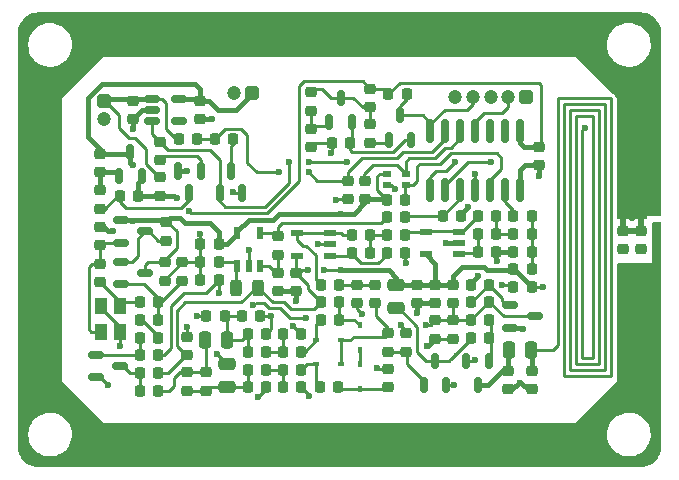
<source format=gbr>
%TF.GenerationSoftware,KiCad,Pcbnew,(6.0.11-0)*%
%TF.CreationDate,2025-10-07T00:59:29-07:00*%
%TF.ProjectId,27M_TX_Board_R1.1,32374d5f-5458-45f4-926f-6172645f5231,rev?*%
%TF.SameCoordinates,Original*%
%TF.FileFunction,Copper,L1,Top*%
%TF.FilePolarity,Positive*%
%FSLAX46Y46*%
G04 Gerber Fmt 4.6, Leading zero omitted, Abs format (unit mm)*
G04 Created by KiCad (PCBNEW (6.0.11-0)) date 2025-10-07 00:59:29*
%MOMM*%
%LPD*%
G01*
G04 APERTURE LIST*
G04 Aperture macros list*
%AMRoundRect*
0 Rectangle with rounded corners*
0 $1 Rounding radius*
0 $2 $3 $4 $5 $6 $7 $8 $9 X,Y pos of 4 corners*
0 Add a 4 corners polygon primitive as box body*
4,1,4,$2,$3,$4,$5,$6,$7,$8,$9,$2,$3,0*
0 Add four circle primitives for the rounded corners*
1,1,$1+$1,$2,$3*
1,1,$1+$1,$4,$5*
1,1,$1+$1,$6,$7*
1,1,$1+$1,$8,$9*
0 Add four rect primitives between the rounded corners*
20,1,$1+$1,$2,$3,$4,$5,0*
20,1,$1+$1,$4,$5,$6,$7,0*
20,1,$1+$1,$6,$7,$8,$9,0*
20,1,$1+$1,$8,$9,$2,$3,0*%
G04 Aperture macros list end*
%TA.AperFunction,SMDPad,CuDef*%
%ADD10RoundRect,0.225000X-0.225000X-0.250000X0.225000X-0.250000X0.225000X0.250000X-0.225000X0.250000X0*%
%TD*%
%TA.AperFunction,SMDPad,CuDef*%
%ADD11R,0.450000X0.600000*%
%TD*%
%TA.AperFunction,SMDPad,CuDef*%
%ADD12R,0.600000X0.450000*%
%TD*%
%TA.AperFunction,SMDPad,CuDef*%
%ADD13RoundRect,0.225000X0.225000X0.250000X-0.225000X0.250000X-0.225000X-0.250000X0.225000X-0.250000X0*%
%TD*%
%TA.AperFunction,SMDPad,CuDef*%
%ADD14RoundRect,0.250000X-0.475000X0.250000X-0.475000X-0.250000X0.475000X-0.250000X0.475000X0.250000X0*%
%TD*%
%TA.AperFunction,SMDPad,CuDef*%
%ADD15RoundRect,0.150000X-0.487500X-0.150000X0.487500X-0.150000X0.487500X0.150000X-0.487500X0.150000X0*%
%TD*%
%TA.AperFunction,ComponentPad*%
%ADD16RoundRect,0.300000X0.300000X0.300000X-0.300000X0.300000X-0.300000X-0.300000X0.300000X-0.300000X0*%
%TD*%
%TA.AperFunction,ComponentPad*%
%ADD17C,1.200000*%
%TD*%
%TA.AperFunction,SMDPad,CuDef*%
%ADD18RoundRect,0.225000X-0.250000X0.225000X-0.250000X-0.225000X0.250000X-0.225000X0.250000X0.225000X0*%
%TD*%
%TA.AperFunction,SMDPad,CuDef*%
%ADD19RoundRect,0.225000X0.250000X-0.225000X0.250000X0.225000X-0.250000X0.225000X-0.250000X-0.225000X0*%
%TD*%
%TA.AperFunction,SMDPad,CuDef*%
%ADD20R,0.600000X1.100000*%
%TD*%
%TA.AperFunction,SMDPad,CuDef*%
%ADD21RoundRect,0.150000X-0.512500X-0.150000X0.512500X-0.150000X0.512500X0.150000X-0.512500X0.150000X0*%
%TD*%
%TA.AperFunction,SMDPad,CuDef*%
%ADD22RoundRect,0.150000X0.150000X-0.487500X0.150000X0.487500X-0.150000X0.487500X-0.150000X-0.487500X0*%
%TD*%
%TA.AperFunction,SMDPad,CuDef*%
%ADD23R,1.100000X0.600000*%
%TD*%
%TA.AperFunction,SMDPad,CuDef*%
%ADD24RoundRect,0.150000X0.150000X-0.587500X0.150000X0.587500X-0.150000X0.587500X-0.150000X-0.587500X0*%
%TD*%
%TA.AperFunction,ComponentPad*%
%ADD25RoundRect,0.300000X-0.300000X0.300000X-0.300000X-0.300000X0.300000X-0.300000X0.300000X0.300000X0*%
%TD*%
%TA.AperFunction,SMDPad,CuDef*%
%ADD26RoundRect,0.243750X0.243750X0.456250X-0.243750X0.456250X-0.243750X-0.456250X0.243750X-0.456250X0*%
%TD*%
%TA.AperFunction,SMDPad,CuDef*%
%ADD27RoundRect,0.150000X-0.150000X0.487500X-0.150000X-0.487500X0.150000X-0.487500X0.150000X0.487500X0*%
%TD*%
%TA.AperFunction,SMDPad,CuDef*%
%ADD28RoundRect,0.075000X0.275000X0.175000X-0.275000X0.175000X-0.275000X-0.175000X0.275000X-0.175000X0*%
%TD*%
%TA.AperFunction,SMDPad,CuDef*%
%ADD29RoundRect,0.150000X-0.150000X0.587500X-0.150000X-0.587500X0.150000X-0.587500X0.150000X0.587500X0*%
%TD*%
%TA.AperFunction,SMDPad,CuDef*%
%ADD30RoundRect,0.250000X-0.250000X-0.475000X0.250000X-0.475000X0.250000X0.475000X-0.250000X0.475000X0*%
%TD*%
%TA.AperFunction,SMDPad,CuDef*%
%ADD31RoundRect,0.250000X0.475000X-0.250000X0.475000X0.250000X-0.475000X0.250000X-0.475000X-0.250000X0*%
%TD*%
%TA.AperFunction,SMDPad,CuDef*%
%ADD32RoundRect,0.150000X-0.150000X0.825000X-0.150000X-0.825000X0.150000X-0.825000X0.150000X0.825000X0*%
%TD*%
%TA.AperFunction,SMDPad,CuDef*%
%ADD33RoundRect,0.220000X0.330000X-0.480000X0.330000X0.480000X-0.330000X0.480000X-0.330000X-0.480000X0*%
%TD*%
%TA.AperFunction,ViaPad*%
%ADD34C,0.600000*%
%TD*%
%TA.AperFunction,Conductor*%
%ADD35C,0.250000*%
%TD*%
%TA.AperFunction,Conductor*%
%ADD36C,0.400000*%
%TD*%
G04 APERTURE END LIST*
D10*
%TO.P,R28,1*%
%TO.N,Net-(C21-Pad2)*%
X222725000Y-51000000D03*
%TO.P,R28,2*%
%TO.N,Net-(C24-Pad1)*%
X224275000Y-51000000D03*
%TD*%
D11*
%TO.P,D2,1,K*%
%TO.N,Net-(D2-Pad1)*%
X232200000Y-50850000D03*
%TO.P,D2,2,A*%
%TO.N,Net-(D2-Pad2)*%
X232200000Y-48750000D03*
%TD*%
D12*
%TO.P,D4,1,K*%
%TO.N,Net-(C23-Pad2)*%
X228550000Y-52000000D03*
%TO.P,D4,2,A*%
%TO.N,Net-(C28-Pad1)*%
X230650000Y-52000000D03*
%TD*%
D13*
%TO.P,R47,1*%
%TO.N,/Oscillator/V_BIAS*%
X243175000Y-46800000D03*
%TO.P,R47,2*%
%TO.N,Net-(Q9-Pad1)*%
X241625000Y-46800000D03*
%TD*%
D14*
%TO.P,L2,1,1*%
%TO.N,VEE*%
X221000000Y-52050000D03*
%TO.P,L2,2,2*%
%TO.N,Net-(C19-Pad2)*%
X221000000Y-53950000D03*
%TD*%
D15*
%TO.P,Q3,1,B*%
%TO.N,Net-(Q2-Pad3)*%
X211962500Y-43350000D03*
%TO.P,Q3,2,E*%
%TO.N,Net-(C7-Pad1)*%
X211962500Y-45250000D03*
%TO.P,Q3,3,C*%
%TO.N,VCC*%
X214037500Y-44300000D03*
%TD*%
D16*
%TO.P,J1,1,GND*%
%TO.N,VEE*%
X246300000Y-29400000D03*
D17*
%TO.P,J1,2,RESET*%
%TO.N,/Micro/RESET*%
X244800000Y-29400000D03*
%TO.P,J1,3,SCLK*%
%TO.N,/Micro/SCLK*%
X243300000Y-29400000D03*
%TO.P,J1,4,MOSI*%
%TO.N,/Micro/MOSI*%
X241800000Y-29400000D03*
%TO.P,J1,5,MISO*%
%TO.N,/Micro/MISO*%
X240300000Y-29400000D03*
%TD*%
D18*
%TO.P,C29,1*%
%TO.N,VCC*%
X226800000Y-44325000D03*
%TO.P,C29,2*%
%TO.N,VEE*%
X226800000Y-45875000D03*
%TD*%
D13*
%TO.P,R40,1*%
%TO.N,Net-(Q1-Pad2)*%
X231375000Y-33300000D03*
%TO.P,R40,2*%
%TO.N,VEE*%
X229825000Y-33300000D03*
%TD*%
D19*
%TO.P,R13,1*%
%TO.N,VEE*%
X225300000Y-45875000D03*
%TO.P,R13,2*%
%TO.N,Net-(R13-Pad2)*%
X225300000Y-44325000D03*
%TD*%
D18*
%TO.P,C27,1*%
%TO.N,/Oscillator/V_BIAS*%
X238600000Y-48325000D03*
%TO.P,C27,2*%
%TO.N,VEE*%
X238600000Y-49875000D03*
%TD*%
D10*
%TO.P,R11,1*%
%TO.N,Net-(Q11-Pad3)*%
X211925000Y-37800000D03*
%TO.P,R11,2*%
%TO.N,/Micro/VCC_MICRO*%
X213475000Y-37800000D03*
%TD*%
D13*
%TO.P,C7,1*%
%TO.N,Net-(C7-Pad1)*%
X215175000Y-46800000D03*
%TO.P,C7,2*%
%TO.N,Net-(C6-Pad1)*%
X213625000Y-46800000D03*
%TD*%
D19*
%TO.P,R46,1*%
%TO.N,VCC*%
X232700000Y-38075000D03*
%TO.P,R46,2*%
%TO.N,/Micro/SCL*%
X232700000Y-36525000D03*
%TD*%
D10*
%TO.P,R44,1*%
%TO.N,VCC*%
X234525000Y-38100000D03*
%TO.P,R44,2*%
%TO.N,/Micro/SDA*%
X236075000Y-38100000D03*
%TD*%
D18*
%TO.P,R39,1*%
%TO.N,/Micro/VCC_MICRO*%
X233100000Y-28725000D03*
%TO.P,R39,2*%
%TO.N,Net-(Q1-Pad3)*%
X233100000Y-30275000D03*
%TD*%
%TO.P,R34,1*%
%TO.N,Net-(C25-Pad2)*%
X233500000Y-45325000D03*
%TO.P,R34,2*%
%TO.N,Net-(C28-Pad1)*%
X233500000Y-46875000D03*
%TD*%
D20*
%TO.P,U1,1,+*%
%TO.N,Net-(D1-Pad2)*%
X221850000Y-43700000D03*
%TO.P,U1,2,V-*%
%TO.N,VEE*%
X222800000Y-43700000D03*
%TO.P,U1,3,-*%
%TO.N,Net-(R13-Pad2)*%
X223750000Y-43700000D03*
%TO.P,U1,4*%
%TO.N,Net-(R14-Pad2)*%
X223750000Y-40900000D03*
%TO.P,U1,5,V+*%
%TO.N,VCC*%
X221850000Y-40900000D03*
%TD*%
D10*
%TO.P,R37,1*%
%TO.N,/Oscillator/V_BIAS*%
X241625000Y-48300000D03*
%TO.P,R37,2*%
%TO.N,Net-(C31-Pad2)*%
X243175000Y-48300000D03*
%TD*%
D18*
%TO.P,R49,1*%
%TO.N,VCC*%
X240100000Y-45325000D03*
%TO.P,R49,2*%
%TO.N,/Oscillator/V_BIAS*%
X240100000Y-46875000D03*
%TD*%
D13*
%TO.P,R31,1*%
%TO.N,VEE*%
X227275000Y-49500000D03*
%TO.P,R31,2*%
%TO.N,Net-(C24-Pad1)*%
X225725000Y-49500000D03*
%TD*%
%TO.P,C21,1*%
%TO.N,VEE*%
X223775000Y-48000000D03*
%TO.P,C21,2*%
%TO.N,Net-(C21-Pad2)*%
X222225000Y-48000000D03*
%TD*%
D19*
%TO.P,C25,1*%
%TO.N,VEE*%
X232000000Y-46875000D03*
%TO.P,C25,2*%
%TO.N,Net-(C25-Pad2)*%
X232000000Y-45325000D03*
%TD*%
D13*
%TO.P,C13,1*%
%TO.N,Net-(C13-Pad1)*%
X243775000Y-39500000D03*
%TO.P,C13,2*%
%TO.N,Net-(C13-Pad2)*%
X242225000Y-39500000D03*
%TD*%
%TO.P,R15,1*%
%TO.N,Net-(D2-Pad2)*%
X230475000Y-46800000D03*
%TO.P,R15,2*%
%TO.N,VCC*%
X228925000Y-46800000D03*
%TD*%
%TO.P,R26,1*%
%TO.N,VEE*%
X224275000Y-49500000D03*
%TO.P,R26,2*%
%TO.N,Net-(C21-Pad2)*%
X222725000Y-49500000D03*
%TD*%
D21*
%TO.P,U8,1,VIN*%
%TO.N,/Micro/V_BATT_P*%
X214662500Y-29575000D03*
%TO.P,U8,2,GND*%
%TO.N,VEE*%
X214662500Y-30525000D03*
%TO.P,U8,3,EN*%
%TO.N,/Micro/EN_ANALOG_POW*%
X214662500Y-31475000D03*
%TO.P,U8,4,NC*%
%TO.N,unconnected-(U8-Pad4)*%
X216937500Y-31475000D03*
%TO.P,U8,5,VOUT*%
%TO.N,VCC*%
X216937500Y-29575000D03*
%TD*%
D13*
%TO.P,C36,1*%
%TO.N,/Oscillator/V_BIAS*%
X220275000Y-44900000D03*
%TO.P,C36,2*%
%TO.N,VEE*%
X218725000Y-44900000D03*
%TD*%
D19*
%TO.P,R8,1*%
%TO.N,Net-(C7-Pad1)*%
X217200000Y-44975000D03*
%TO.P,R8,2*%
%TO.N,VEE*%
X217200000Y-43425000D03*
%TD*%
D10*
%TO.P,R27,1*%
%TO.N,Net-(C19-Pad2)*%
X222725000Y-52500000D03*
%TO.P,R27,2*%
%TO.N,Net-(C23-Pad1)*%
X224275000Y-52500000D03*
%TD*%
D22*
%TO.P,Q1,1,B*%
%TO.N,Net-(C37-Pad1)*%
X229650000Y-31537500D03*
%TO.P,Q1,2,E*%
%TO.N,Net-(Q1-Pad2)*%
X231550000Y-31537500D03*
%TO.P,Q1,3,C*%
%TO.N,Net-(Q1-Pad3)*%
X230600000Y-29462500D03*
%TD*%
D18*
%TO.P,C1,1*%
%TO.N,/Micro/BATT_VSNS*%
X231200000Y-36525000D03*
%TO.P,C1,2*%
%TO.N,VEE*%
X231200000Y-38075000D03*
%TD*%
D15*
%TO.P,Q4,1,B*%
%TO.N,Net-(C9-Pad1)*%
X209862500Y-51250000D03*
%TO.P,Q4,2,E*%
%TO.N,VEE*%
X209862500Y-53150000D03*
%TO.P,Q4,3,C*%
%TO.N,Net-(C48-Pad2)*%
X211937500Y-52200000D03*
%TD*%
D18*
%TO.P,C32,1*%
%TO.N,/Oscillator/V_BIAS*%
X240100000Y-48325000D03*
%TO.P,C32,2*%
%TO.N,VEE*%
X240100000Y-49875000D03*
%TD*%
D13*
%TO.P,R9,1*%
%TO.N,Net-(C7-Pad1)*%
X215175000Y-48300000D03*
%TO.P,R9,2*%
%TO.N,Net-(C9-Pad2)*%
X213625000Y-48300000D03*
%TD*%
%TO.P,R20,1*%
%TO.N,Net-(C13-Pad2)*%
X236075000Y-41100000D03*
%TO.P,R20,2*%
%TO.N,Net-(C16-Pad1)*%
X234525000Y-41100000D03*
%TD*%
D10*
%TO.P,C23,1*%
%TO.N,Net-(C23-Pad1)*%
X225725000Y-52500000D03*
%TO.P,C23,2*%
%TO.N,Net-(C23-Pad2)*%
X227275000Y-52500000D03*
%TD*%
D18*
%TO.P,C19,1*%
%TO.N,/Modulator/LO_IN*%
X217600000Y-52725000D03*
%TO.P,C19,2*%
%TO.N,Net-(C19-Pad2)*%
X217600000Y-54275000D03*
%TD*%
D19*
%TO.P,R50,1*%
%TO.N,Net-(Q11-Pad3)*%
X210200000Y-38875000D03*
%TO.P,R50,2*%
%TO.N,Net-(C45-Pad2)*%
X210200000Y-37325000D03*
%TD*%
D23*
%TO.P,U2,1,+*%
%TO.N,Net-(C14-Pad1)*%
X240600000Y-42750000D03*
%TO.P,U2,2,V-*%
%TO.N,VEE*%
X240600000Y-41800000D03*
%TO.P,U2,3,-*%
%TO.N,Net-(C13-Pad2)*%
X240600000Y-40850000D03*
%TO.P,U2,4*%
X237800000Y-40850000D03*
%TO.P,U2,5,V+*%
%TO.N,VCC*%
X237800000Y-42750000D03*
%TD*%
D10*
%TO.P,C24,1*%
%TO.N,Net-(C24-Pad1)*%
X225725000Y-51000000D03*
%TO.P,C24,2*%
%TO.N,Net-(C24-Pad2)*%
X227275000Y-51000000D03*
%TD*%
%TO.P,R23,1*%
%TO.N,Net-(C24-Pad2)*%
X228925000Y-48300000D03*
%TO.P,R23,2*%
%TO.N,Net-(D2-Pad2)*%
X230475000Y-48300000D03*
%TD*%
D24*
%TO.P,Q5,1,G*%
%TO.N,/Micro/EN_ANALOG_POW*%
X220350000Y-37537500D03*
%TO.P,Q5,2,S*%
%TO.N,VEE*%
X222250000Y-37537500D03*
%TO.P,Q5,3,D*%
%TO.N,Net-(Q5-Pad3)*%
X221300000Y-35662500D03*
%TD*%
D18*
%TO.P,C47,1*%
%TO.N,/Antenna/ANT_NET*%
X256000000Y-40725000D03*
%TO.P,C47,2*%
X256000000Y-42275000D03*
%TD*%
D10*
%TO.P,C31,1*%
%TO.N,Net-(C31-Pad1)*%
X241625000Y-49800000D03*
%TO.P,C31,2*%
%TO.N,Net-(C31-Pad2)*%
X243175000Y-49800000D03*
%TD*%
D13*
%TO.P,R10,1*%
%TO.N,/Oscillator/V_BIAS*%
X215175000Y-51300000D03*
%TO.P,R10,2*%
%TO.N,Net-(C9-Pad1)*%
X213625000Y-51300000D03*
%TD*%
D10*
%TO.P,C14,1*%
%TO.N,Net-(C14-Pad1)*%
X242225000Y-42500000D03*
%TO.P,C14,2*%
%TO.N,VEE*%
X243775000Y-42500000D03*
%TD*%
D25*
%TO.P,J2,1,Pin_1*%
%TO.N,/Micro/V_BATT_P*%
X210600000Y-29775000D03*
D17*
%TO.P,J2,2,Pin_2*%
%TO.N,VEE*%
X210600000Y-31275000D03*
%TD*%
D15*
%TO.P,Q9,1,B*%
%TO.N,Net-(Q9-Pad1)*%
X244962500Y-47050000D03*
%TO.P,Q9,2,E*%
%TO.N,VEE*%
X244962500Y-48950000D03*
%TO.P,Q9,3,C*%
%TO.N,/Oscillator/V_BIAS*%
X247037500Y-48000000D03*
%TD*%
D26*
%TO.P,D1,1,K*%
%TO.N,VCC*%
X223637500Y-45600000D03*
%TO.P,D1,2,A*%
%TO.N,Net-(D1-Pad2)*%
X221762500Y-45600000D03*
%TD*%
D18*
%TO.P,C28,1*%
%TO.N,Net-(C28-Pad1)*%
X234600000Y-49425000D03*
%TO.P,C28,2*%
%TO.N,/Modulator/MOD_SIG*%
X234600000Y-50975000D03*
%TD*%
D10*
%TO.P,C15,1*%
%TO.N,Net-(C15-Pad1)*%
X234525000Y-42600000D03*
%TO.P,C15,2*%
%TO.N,VEE*%
X236075000Y-42600000D03*
%TD*%
%TO.P,C2,1*%
%TO.N,/Micro/PDSNS*%
X239225000Y-39500000D03*
%TO.P,C2,2*%
%TO.N,VEE*%
X240775000Y-39500000D03*
%TD*%
%TO.P,R2,1*%
%TO.N,VEE*%
X218725000Y-43400000D03*
%TO.P,R2,2*%
%TO.N,Net-(D1-Pad2)*%
X220275000Y-43400000D03*
%TD*%
D18*
%TO.P,C42,1*%
%TO.N,VCC*%
X237100000Y-45325000D03*
%TO.P,C42,2*%
%TO.N,VEE*%
X237100000Y-46875000D03*
%TD*%
%TO.P,C37,1*%
%TO.N,Net-(C37-Pad1)*%
X228100000Y-32125000D03*
%TO.P,C37,2*%
%TO.N,VEE*%
X228100000Y-33675000D03*
%TD*%
%TO.P,C33,1*%
%TO.N,/Power_Amp/PA_OUT*%
X244800000Y-52625000D03*
%TO.P,C33,2*%
%TO.N,VEE*%
X244800000Y-54175000D03*
%TD*%
D13*
%TO.P,C48,1*%
%TO.N,/Modulator/LO_IN*%
X215175000Y-54300000D03*
%TO.P,C48,2*%
%TO.N,Net-(C48-Pad2)*%
X213625000Y-54300000D03*
%TD*%
D18*
%TO.P,C46,1*%
%TO.N,/Antenna/ANT_NET*%
X254500000Y-40725000D03*
%TO.P,C46,2*%
X254500000Y-42275000D03*
%TD*%
D10*
%TO.P,R16,1*%
%TO.N,/Micro/D_OUT*%
X245225000Y-39500000D03*
%TO.P,R16,2*%
%TO.N,Net-(R16-Pad2)*%
X246775000Y-39500000D03*
%TD*%
D19*
%TO.P,R1,1*%
%TO.N,Net-(C37-Pad1)*%
X228100000Y-30575000D03*
%TO.P,R1,2*%
%TO.N,Net-(Q1-Pad3)*%
X228100000Y-29025000D03*
%TD*%
D18*
%TO.P,C34,1*%
%TO.N,VCC*%
X246800000Y-52625000D03*
%TO.P,C34,2*%
%TO.N,VEE*%
X246800000Y-54175000D03*
%TD*%
D27*
%TO.P,Q7,1,B*%
%TO.N,Net-(C31-Pad2)*%
X243150000Y-51762500D03*
%TO.P,Q7,2,E*%
%TO.N,VEE*%
X241250000Y-51762500D03*
%TO.P,Q7,3,C*%
%TO.N,/Power_Amp/PA_OUT*%
X242200000Y-53837500D03*
%TD*%
D22*
%TO.P,Q10,1,G*%
%TO.N,Net-(C45-Pad2)*%
X211850000Y-36137500D03*
%TO.P,Q10,2,S*%
%TO.N,/Micro/VCC_MICRO*%
X213750000Y-36137500D03*
%TO.P,Q10,3,D*%
%TO.N,VCC*%
X212800000Y-34062500D03*
%TD*%
D10*
%TO.P,C9,1*%
%TO.N,Net-(C9-Pad1)*%
X213625000Y-49800000D03*
%TO.P,C9,2*%
%TO.N,Net-(C9-Pad2)*%
X215175000Y-49800000D03*
%TD*%
D13*
%TO.P,R17,1*%
%TO.N,Net-(R16-Pad2)*%
X246775000Y-42500000D03*
%TO.P,R17,2*%
%TO.N,VEE*%
X245225000Y-42500000D03*
%TD*%
D19*
%TO.P,R51,1*%
%TO.N,/Micro/VCC_MICRO*%
X215300000Y-37775000D03*
%TO.P,R51,2*%
%TO.N,/Micro/V_BATT_P*%
X215300000Y-36225000D03*
%TD*%
%TO.P,C4,1*%
%TO.N,VEE*%
X215700000Y-44975000D03*
%TO.P,C4,2*%
%TO.N,VCC*%
X215700000Y-43425000D03*
%TD*%
D16*
%TO.P,J3,1,Pin_1*%
%TO.N,VCC*%
X223050000Y-29100000D03*
D17*
%TO.P,J3,2,Pin_2*%
%TO.N,VEE*%
X221550000Y-29100000D03*
%TD*%
D18*
%TO.P,R5,1*%
%TO.N,VCC*%
X215800000Y-40025000D03*
%TO.P,R5,2*%
%TO.N,Net-(Q2-Pad3)*%
X215800000Y-41575000D03*
%TD*%
D28*
%TO.P,U7,1,SDA*%
%TO.N,/Micro/SDA*%
X236100000Y-36900000D03*
%TO.P,U7,2,SCL*%
%TO.N,/Micro/SCL*%
X236100000Y-35900000D03*
%TO.P,U7,3,VDD*%
%TO.N,VCC*%
X234500000Y-35900000D03*
%TO.P,U7,4,VSS*%
%TO.N,VEE*%
X234500000Y-36900000D03*
%TD*%
D18*
%TO.P,R41,1*%
%TO.N,Net-(Q1-Pad3)*%
X233100000Y-31725000D03*
%TO.P,R41,2*%
%TO.N,Net-(Q8-Pad1)*%
X233100000Y-33275000D03*
%TD*%
D10*
%TO.P,R42,1*%
%TO.N,/Micro/VCC_MICRO*%
X234625000Y-29200000D03*
%TO.P,R42,2*%
%TO.N,/Micro/MOSI*%
X236175000Y-29200000D03*
%TD*%
D18*
%TO.P,C44,1*%
%TO.N,VCC*%
X218700000Y-29750000D03*
%TO.P,C44,2*%
%TO.N,VEE*%
X218700000Y-31300000D03*
%TD*%
D13*
%TO.P,C16,1*%
%TO.N,Net-(C16-Pad1)*%
X233075000Y-41100000D03*
%TO.P,C16,2*%
%TO.N,/Modulator/BB_IN*%
X231525000Y-41100000D03*
%TD*%
D29*
%TO.P,Q11,1,B*%
%TO.N,Net-(Q11-Pad1)*%
X218750000Y-35662500D03*
%TO.P,Q11,2,E*%
%TO.N,VEE*%
X216850000Y-35662500D03*
%TO.P,Q11,3,C*%
%TO.N,Net-(Q11-Pad3)*%
X217800000Y-37537500D03*
%TD*%
D18*
%TO.P,C26,1*%
%TO.N,VCC*%
X238600000Y-45325000D03*
%TO.P,C26,2*%
%TO.N,VEE*%
X238600000Y-46875000D03*
%TD*%
D10*
%TO.P,R12,1*%
%TO.N,Net-(C48-Pad2)*%
X213625000Y-52800000D03*
%TO.P,R12,2*%
%TO.N,VCC*%
X215175000Y-52800000D03*
%TD*%
D30*
%TO.P,L1,1,1*%
%TO.N,/Modulator/LO_IN*%
X219100000Y-50000000D03*
%TO.P,L1,2,2*%
%TO.N,Net-(C21-Pad2)*%
X221000000Y-50000000D03*
%TD*%
D22*
%TO.P,Q6,1,B*%
%TO.N,/Modulator/MOD_SIG*%
X237650000Y-53837500D03*
%TO.P,Q6,2,E*%
%TO.N,VEE*%
X239550000Y-53837500D03*
%TO.P,Q6,3,C*%
%TO.N,Net-(C31-Pad1)*%
X238600000Y-51762500D03*
%TD*%
D13*
%TO.P,R19,1*%
%TO.N,Net-(C13-Pad1)*%
X243775000Y-41000000D03*
%TO.P,R19,2*%
%TO.N,Net-(C14-Pad1)*%
X242225000Y-41000000D03*
%TD*%
D31*
%TO.P,L4,1,1*%
%TO.N,Net-(C31-Pad1)*%
X235300000Y-47250000D03*
%TO.P,L4,2,2*%
%TO.N,VCC*%
X235300000Y-45350000D03*
%TD*%
D10*
%TO.P,R43,1*%
%TO.N,/Micro/V_BATT_P*%
X216925000Y-33000000D03*
%TO.P,R43,2*%
%TO.N,/Micro/BATT_VSNS*%
X218475000Y-33000000D03*
%TD*%
D22*
%TO.P,Q8,1,B*%
%TO.N,Net-(Q8-Pad1)*%
X234650000Y-33037500D03*
%TO.P,Q8,2,E*%
%TO.N,Net-(Q1-Pad2)*%
X236550000Y-33037500D03*
%TO.P,Q8,3,C*%
%TO.N,/Micro/MOSI*%
X235600000Y-30962500D03*
%TD*%
D13*
%TO.P,R21,1*%
%TO.N,Net-(C16-Pad1)*%
X233075000Y-42600000D03*
%TO.P,R21,2*%
%TO.N,Net-(C15-Pad1)*%
X231525000Y-42600000D03*
%TD*%
%TO.P,C5,1*%
%TO.N,VCC*%
X246775000Y-45500000D03*
%TO.P,C5,2*%
%TO.N,VEE*%
X245225000Y-45500000D03*
%TD*%
%TO.P,R48,1*%
%TO.N,Net-(Q9-Pad1)*%
X243175000Y-45300000D03*
%TO.P,R48,2*%
%TO.N,VEE*%
X241625000Y-45300000D03*
%TD*%
D10*
%TO.P,R24,1*%
%TO.N,/Modulator/BB_IN*%
X228925000Y-45300000D03*
%TO.P,R24,2*%
%TO.N,Net-(C25-Pad2)*%
X230475000Y-45300000D03*
%TD*%
D13*
%TO.P,R18,1*%
%TO.N,Net-(R16-Pad2)*%
X246775000Y-41000000D03*
%TO.P,R18,2*%
%TO.N,Net-(C13-Pad1)*%
X245225000Y-41000000D03*
%TD*%
D19*
%TO.P,R14,1*%
%TO.N,Net-(R13-Pad2)*%
X225300000Y-42775000D03*
%TO.P,R14,2*%
%TO.N,Net-(R14-Pad2)*%
X225300000Y-41225000D03*
%TD*%
D15*
%TO.P,Q2,1,B*%
%TO.N,VCC*%
X211962500Y-39850000D03*
%TO.P,Q2,2,E*%
%TO.N,Net-(C6-Pad2)*%
X211962500Y-41750000D03*
%TO.P,Q2,3,C*%
%TO.N,Net-(Q2-Pad3)*%
X214037500Y-40800000D03*
%TD*%
D32*
%TO.P,U6,1,VCC*%
%TO.N,/Micro/VCC_MICRO*%
X245810000Y-32325000D03*
%TO.P,U6,2,XTAL1/PB0*%
%TO.N,unconnected-(U6-Pad2)*%
X244540000Y-32325000D03*
%TO.P,U6,3,XTAL2/PB1*%
%TO.N,unconnected-(U6-Pad3)*%
X243270000Y-32325000D03*
%TO.P,U6,4,~{RESET}/PB3*%
%TO.N,/Micro/RESET*%
X242000000Y-32325000D03*
%TO.P,U6,5,PB2*%
%TO.N,/Micro/SCL*%
X240730000Y-32325000D03*
%TO.P,U6,6,PA7*%
%TO.N,/Micro/BATT_VSNS*%
X239460000Y-32325000D03*
%TO.P,U6,7,PA6*%
%TO.N,/Micro/MOSI*%
X238190000Y-32325000D03*
%TO.P,U6,8,PA5*%
%TO.N,/Micro/MISO*%
X238190000Y-37275000D03*
%TO.P,U6,9,PA4*%
%TO.N,/Micro/SCLK*%
X239460000Y-37275000D03*
%TO.P,U6,10,PA3*%
%TO.N,/Micro/PDSNS*%
X240730000Y-37275000D03*
%TO.P,U6,11,PA2*%
%TO.N,/Micro/EN_ANALOG_POW*%
X242000000Y-37275000D03*
%TO.P,U6,12,PA1*%
%TO.N,/Micro/SDA*%
X243270000Y-37275000D03*
%TO.P,U6,13,AREF/PA0*%
%TO.N,/Micro/D_OUT*%
X244540000Y-37275000D03*
%TO.P,U6,14,GND*%
%TO.N,VEE*%
X245810000Y-37275000D03*
%TD*%
D13*
%TO.P,R33,1*%
%TO.N,Net-(D5-Pad1)*%
X230375000Y-54000000D03*
%TO.P,R33,2*%
%TO.N,Net-(C23-Pad2)*%
X228825000Y-54000000D03*
%TD*%
D19*
%TO.P,R6,1*%
%TO.N,Net-(C6-Pad2)*%
X210200000Y-41975000D03*
%TO.P,R6,2*%
%TO.N,VEE*%
X210200000Y-40425000D03*
%TD*%
D13*
%TO.P,R25,1*%
%TO.N,VEE*%
X224275000Y-54000000D03*
%TO.P,R25,2*%
%TO.N,Net-(C19-Pad2)*%
X222725000Y-54000000D03*
%TD*%
D10*
%TO.P,R4,1*%
%TO.N,Net-(R14-Pad2)*%
X234525000Y-39600000D03*
%TO.P,R4,2*%
%TO.N,/Micro/PDSNS*%
X236075000Y-39600000D03*
%TD*%
D18*
%TO.P,R35,1*%
%TO.N,/Oscillator/V_BIAS*%
X236100000Y-49425000D03*
%TO.P,R35,2*%
%TO.N,/Modulator/MOD_SIG*%
X236100000Y-50975000D03*
%TD*%
D10*
%TO.P,C22,1*%
%TO.N,VEE*%
X219225000Y-48000000D03*
%TO.P,C22,2*%
%TO.N,Net-(C21-Pad2)*%
X220775000Y-48000000D03*
%TD*%
D33*
%TO.P,Y1,1,1*%
%TO.N,Net-(C6-Pad2)*%
X210300000Y-49300000D03*
%TO.P,Y1,2,2*%
%TO.N,VEE*%
X210300000Y-47100000D03*
%TO.P,Y1,3,3*%
%TO.N,Net-(C6-Pad1)*%
X211900000Y-47100000D03*
%TO.P,Y1,4,4*%
%TO.N,VEE*%
X211900000Y-49300000D03*
%TD*%
D30*
%TO.P,L5,1,1*%
%TO.N,/Power_Amp/PA_OUT*%
X244850000Y-50800000D03*
%TO.P,L5,2,2*%
%TO.N,VCC*%
X246750000Y-50800000D03*
%TD*%
D18*
%TO.P,R22,1*%
%TO.N,VEE*%
X234600000Y-52425000D03*
%TO.P,R22,2*%
%TO.N,Net-(D5-Pad1)*%
X234600000Y-53975000D03*
%TD*%
D10*
%TO.P,R3,1*%
%TO.N,/Micro/BATT_VSNS*%
X219925000Y-33000000D03*
%TO.P,R3,2*%
%TO.N,Net-(Q5-Pad3)*%
X221475000Y-33000000D03*
%TD*%
D11*
%TO.P,D5,1,K*%
%TO.N,Net-(D5-Pad1)*%
X232200000Y-54150000D03*
%TO.P,D5,2,A*%
%TO.N,Net-(D2-Pad1)*%
X232200000Y-52050000D03*
%TD*%
D18*
%TO.P,C38,1*%
%TO.N,/Micro/VCC_MICRO*%
X247400000Y-33625000D03*
%TO.P,C38,2*%
%TO.N,VEE*%
X247400000Y-35175000D03*
%TD*%
D10*
%TO.P,R54,1*%
%TO.N,VCC*%
X245225000Y-44000000D03*
%TO.P,R54,2*%
%TO.N,Net-(R16-Pad2)*%
X246775000Y-44000000D03*
%TD*%
D19*
%TO.P,R7,1*%
%TO.N,Net-(Q11-Pad1)*%
X215300000Y-34775000D03*
%TO.P,R7,2*%
%TO.N,/Micro/EN_ANALOG_POW*%
X215300000Y-33225000D03*
%TD*%
D18*
%TO.P,C43,1*%
%TO.N,/Micro/V_BATT_P*%
X213000000Y-29750000D03*
%TO.P,C43,2*%
%TO.N,VEE*%
X213000000Y-31300000D03*
%TD*%
D13*
%TO.P,R30,1*%
%TO.N,VEE*%
X227275000Y-54000000D03*
%TO.P,R30,2*%
%TO.N,Net-(C23-Pad1)*%
X225725000Y-54000000D03*
%TD*%
D23*
%TO.P,U3,1,+*%
%TO.N,Net-(C15-Pad1)*%
X229700000Y-42850000D03*
%TO.P,U3,2,V-*%
%TO.N,VEE*%
X229700000Y-41900000D03*
%TO.P,U3,3,-*%
%TO.N,/Modulator/BB_IN*%
X229700000Y-40950000D03*
%TO.P,U3,4*%
X226900000Y-40950000D03*
%TO.P,U3,5,V+*%
%TO.N,VCC*%
X226900000Y-42850000D03*
%TD*%
D12*
%TO.P,D3,1,K*%
%TO.N,Net-(C28-Pad1)*%
X230650000Y-50000000D03*
%TO.P,D3,2,A*%
%TO.N,Net-(C24-Pad2)*%
X228550000Y-50000000D03*
%TD*%
D19*
%TO.P,C6,1*%
%TO.N,Net-(C6-Pad1)*%
X210200000Y-45075000D03*
%TO.P,C6,2*%
%TO.N,Net-(C6-Pad2)*%
X210200000Y-43525000D03*
%TD*%
D13*
%TO.P,C39,1*%
%TO.N,VCC*%
X220275000Y-41900000D03*
%TO.P,C39,2*%
%TO.N,VEE*%
X218725000Y-41900000D03*
%TD*%
D19*
%TO.P,C20,1*%
%TO.N,Net-(C19-Pad2)*%
X219200000Y-54275000D03*
%TO.P,C20,2*%
%TO.N,/Modulator/LO_IN*%
X219200000Y-52725000D03*
%TD*%
D18*
%TO.P,C11,1*%
%TO.N,VEE*%
X217600000Y-49725000D03*
%TO.P,C11,2*%
%TO.N,VCC*%
X217600000Y-51275000D03*
%TD*%
%TO.P,C45,1*%
%TO.N,VCC*%
X210200000Y-34250000D03*
%TO.P,C45,2*%
%TO.N,Net-(C45-Pad2)*%
X210200000Y-35800000D03*
%TD*%
D34*
%TO.N,/Micro/BATT_VSNS*%
X227900000Y-35800000D03*
X225400000Y-35800000D03*
%TO.N,/Micro/EN_ANALOG_POW*%
X242000000Y-35900000D03*
X226200000Y-34900000D03*
X227900000Y-34900000D03*
X231100000Y-34900000D03*
%TO.N,VCC*%
X227800000Y-44100000D03*
X230600000Y-39300000D03*
X213000000Y-39900000D03*
X230600000Y-44100000D03*
X213000000Y-35200000D03*
X247700000Y-45500000D03*
X251250000Y-32000000D03*
X229200000Y-44100000D03*
%TO.N,/Oscillator/V_BIAS*%
X220300000Y-46000000D03*
X223200000Y-47000000D03*
X227700000Y-48100000D03*
X237800000Y-48700000D03*
X235700000Y-48700000D03*
%TO.N,/Micro/VCC_MICRO*%
X216700000Y-38000000D03*
X217776944Y-39076944D03*
%TO.N,/Micro/SCLK*%
X243300000Y-34900000D03*
%TO.N,/Micro/MISO*%
X240300000Y-34900000D03*
%TO.N,VEE*%
X244300000Y-45300000D03*
X240200000Y-53800000D03*
X226600000Y-48800000D03*
X213000000Y-32100000D03*
X210900000Y-53800000D03*
X218700000Y-41000000D03*
X237100000Y-47700000D03*
X223600000Y-54800000D03*
X233700000Y-52400000D03*
X245800000Y-53600000D03*
X235200000Y-37200000D03*
X229800000Y-34200000D03*
X217600000Y-48900000D03*
X226800000Y-46700000D03*
X246000000Y-49100000D03*
X239500000Y-41800000D03*
X219700000Y-31300000D03*
X247400000Y-36100000D03*
X211300000Y-40800000D03*
X236100000Y-43500000D03*
X221500000Y-37500000D03*
X228700000Y-41900000D03*
X242000000Y-51700000D03*
X211900000Y-50500000D03*
X222800000Y-42400000D03*
X220100000Y-51200000D03*
X224700000Y-48000000D03*
X217600000Y-35700000D03*
X237900000Y-50500000D03*
X241400000Y-38700000D03*
X232400000Y-47800000D03*
X230200000Y-38100000D03*
X227900000Y-54700000D03*
X218400000Y-48000000D03*
X242200000Y-44600000D03*
X243800000Y-43300000D03*
%TO.N,/Antenna/ANT_NET*%
X257400000Y-43500000D03*
X254500000Y-42275000D03*
X256000000Y-42275000D03*
X257400000Y-40400000D03*
X257400000Y-42000000D03*
%TD*%
D35*
%TO.N,Net-(C6-Pad2)*%
X210300000Y-49300000D02*
X209500000Y-49300000D01*
X209300000Y-43800000D02*
X209575000Y-43525000D01*
X210200000Y-43525000D02*
X210200000Y-41575000D01*
X209300000Y-49100000D02*
X209300000Y-43800000D01*
X209575000Y-43525000D02*
X210200000Y-43525000D01*
X209500000Y-49300000D02*
X209300000Y-49100000D01*
X210375000Y-41750000D02*
X210200000Y-41575000D01*
X211962500Y-41750000D02*
X210375000Y-41750000D01*
%TO.N,Net-(R16-Pad2)*%
X246775000Y-44000000D02*
X246775000Y-42500000D01*
X246775000Y-42500000D02*
X246775000Y-41000000D01*
X246775000Y-41000000D02*
X246775000Y-39500000D01*
D36*
%TO.N,Net-(C45-Pad2)*%
X211512500Y-35800000D02*
X211850000Y-36137500D01*
X210200000Y-35800000D02*
X211512500Y-35800000D01*
X210200000Y-37325000D02*
X210200000Y-35800000D01*
D35*
%TO.N,/Micro/BATT_VSNS*%
X238300000Y-34100000D02*
X239460000Y-32940000D01*
X239460000Y-32940000D02*
X239460000Y-32325000D01*
X231200000Y-36525000D02*
X228625000Y-36525000D01*
X231200000Y-36525000D02*
X231200000Y-35800000D01*
X228625000Y-36525000D02*
X227900000Y-35800000D01*
X231200000Y-35800000D02*
X232400000Y-34600000D01*
X222700000Y-35000000D02*
X223500000Y-35800000D01*
X220825000Y-32100000D02*
X222200000Y-32100000D01*
X219925000Y-33000000D02*
X220825000Y-32100000D01*
X235900000Y-34100000D02*
X238300000Y-34100000D01*
X222700000Y-32600000D02*
X222700000Y-35000000D01*
X222200000Y-32100000D02*
X222700000Y-32600000D01*
X218475000Y-33000000D02*
X219925000Y-33000000D01*
X233500000Y-34600000D02*
X235400000Y-34600000D01*
X232400000Y-34600000D02*
X233600000Y-34600000D01*
X235400000Y-34600000D02*
X235900000Y-34100000D01*
X223500000Y-35800000D02*
X225400000Y-35800000D01*
%TO.N,Net-(C7-Pad1)*%
X215175000Y-46800000D02*
X215400000Y-46800000D01*
X217200000Y-45000000D02*
X217200000Y-44975000D01*
X213950000Y-45250000D02*
X211962500Y-45250000D01*
X215175000Y-48300000D02*
X215175000Y-46800000D01*
X215175000Y-46800000D02*
X215175000Y-46475000D01*
X215400000Y-46800000D02*
X217200000Y-45000000D01*
X215175000Y-46475000D02*
X213950000Y-45250000D01*
%TO.N,/Micro/PDSNS*%
X239225000Y-39500000D02*
X239225000Y-39475000D01*
X240730000Y-37970000D02*
X240730000Y-37275000D01*
X239225000Y-39500000D02*
X236175000Y-39500000D01*
X239225000Y-39475000D02*
X240730000Y-37970000D01*
X236175000Y-39500000D02*
X236075000Y-39600000D01*
%TO.N,Net-(C48-Pad2)*%
X212800000Y-52800000D02*
X213625000Y-52800000D01*
X211937500Y-52200000D02*
X212200000Y-52200000D01*
X213625000Y-54300000D02*
X213625000Y-52800000D01*
X212200000Y-52200000D02*
X212800000Y-52800000D01*
%TO.N,Net-(C9-Pad1)*%
X213575000Y-51250000D02*
X213625000Y-51300000D01*
X209862500Y-51250000D02*
X213575000Y-51250000D01*
X213625000Y-51300000D02*
X213625000Y-49800000D01*
%TO.N,Net-(C9-Pad2)*%
X215175000Y-49800000D02*
X215175000Y-49675000D01*
X215175000Y-49675000D02*
X213800000Y-48300000D01*
X213800000Y-48300000D02*
X213625000Y-48300000D01*
%TO.N,/Micro/EN_ANALOG_POW*%
X226196447Y-36696447D02*
X226200000Y-36692894D01*
X231100000Y-34900000D02*
X229100000Y-34900000D01*
X219500000Y-33900000D02*
X220350000Y-34750000D01*
X226200000Y-36692894D02*
X226200000Y-34900000D01*
X214662500Y-32587500D02*
X215300000Y-33225000D01*
X220350000Y-34750000D02*
X220350000Y-37537500D01*
X214662500Y-31475000D02*
X214662500Y-32587500D01*
X220350000Y-38250000D02*
X220800000Y-38700000D01*
X220350000Y-37537500D02*
X220350000Y-38250000D01*
X220800000Y-38700000D02*
X223100000Y-38700000D01*
X223100000Y-38700000D02*
X224192894Y-38700000D01*
X224192894Y-38700000D02*
X226196447Y-36696447D01*
X215300000Y-33225000D02*
X215975000Y-33900000D01*
X242000000Y-37275000D02*
X242000000Y-35900000D01*
X215975000Y-33900000D02*
X219500000Y-33900000D01*
X227900000Y-34900000D02*
X229100000Y-34900000D01*
%TO.N,Net-(Q5-Pad3)*%
X221300000Y-35662500D02*
X221300000Y-33550000D01*
X221300000Y-33550000D02*
X221550000Y-33300000D01*
%TO.N,Net-(C13-Pad1)*%
X243775000Y-39500000D02*
X243775000Y-41000000D01*
X245225000Y-41000000D02*
X243775000Y-41000000D01*
%TO.N,Net-(C13-Pad2)*%
X240950000Y-40750000D02*
X242200000Y-39500000D01*
X242200000Y-39500000D02*
X242225000Y-39500000D01*
X237800000Y-40850000D02*
X236325000Y-40850000D01*
X236325000Y-40850000D02*
X236075000Y-41100000D01*
X240600000Y-40750000D02*
X237800000Y-40750000D01*
X240600000Y-40750000D02*
X240950000Y-40750000D01*
%TO.N,Net-(C14-Pad1)*%
X242225000Y-41000000D02*
X242225000Y-42500000D01*
X242075000Y-42650000D02*
X242225000Y-42500000D01*
X240600000Y-42650000D02*
X242075000Y-42650000D01*
%TO.N,Net-(C15-Pad1)*%
X229700000Y-42850000D02*
X231275000Y-42850000D01*
X231275000Y-42850000D02*
X231525000Y-42600000D01*
X234525000Y-42775000D02*
X233800000Y-43500000D01*
X232300000Y-43500000D02*
X231525000Y-42725000D01*
X233800000Y-43500000D02*
X232300000Y-43500000D01*
X234525000Y-42600000D02*
X234525000Y-42775000D01*
X231525000Y-42725000D02*
X231525000Y-42600000D01*
%TO.N,Net-(C16-Pad1)*%
X233075000Y-42600000D02*
X233075000Y-41100000D01*
X234525000Y-41100000D02*
X233075000Y-41100000D01*
%TO.N,Net-(C23-Pad2)*%
X227775000Y-52000000D02*
X227275000Y-52500000D01*
X228550000Y-52000000D02*
X228550000Y-53725000D01*
X228550000Y-52000000D02*
X227775000Y-52000000D01*
X228550000Y-53725000D02*
X228825000Y-54000000D01*
%TO.N,Net-(C25-Pad2)*%
X230475000Y-45300000D02*
X233575000Y-45300000D01*
%TO.N,Net-(C28-Pad1)*%
X233600000Y-48000000D02*
X234600000Y-49000000D01*
X231700000Y-49700000D02*
X234325000Y-49700000D01*
X231700000Y-49700000D02*
X231400000Y-50000000D01*
X234600000Y-49000000D02*
X234600000Y-49425000D01*
X234325000Y-49700000D02*
X234600000Y-49425000D01*
X233600000Y-46875000D02*
X233600000Y-48000000D01*
X230650000Y-52000000D02*
X230650000Y-50000000D01*
X231400000Y-50000000D02*
X230650000Y-50000000D01*
%TO.N,Net-(D2-Pad1)*%
X232200000Y-52050000D02*
X232200000Y-50850000D01*
%TO.N,Net-(C19-Pad2)*%
X222725000Y-52500000D02*
X222725000Y-54000000D01*
X219525000Y-53950000D02*
X219200000Y-54275000D01*
X217600000Y-54275000D02*
X219200000Y-54275000D01*
X221000000Y-53950000D02*
X219525000Y-53950000D01*
X222725000Y-54000000D02*
X221050000Y-54000000D01*
%TO.N,Net-(C21-Pad2)*%
X221000000Y-50000000D02*
X222225000Y-50000000D01*
X222225000Y-48000000D02*
X220775000Y-48000000D01*
X222725000Y-51000000D02*
X222725000Y-49500000D01*
X221000000Y-50000000D02*
X221000000Y-48225000D01*
X221000000Y-48225000D02*
X220775000Y-48000000D01*
X222225000Y-50000000D02*
X222725000Y-49500000D01*
%TO.N,Net-(C23-Pad1)*%
X224275000Y-52500000D02*
X225725000Y-52500000D01*
X225725000Y-54000000D02*
X225725000Y-52500000D01*
%TO.N,Net-(D2-Pad2)*%
X231750000Y-48300000D02*
X232200000Y-48750000D01*
X230475000Y-48300000D02*
X230475000Y-46800000D01*
X230475000Y-48300000D02*
X231750000Y-48300000D01*
%TO.N,Net-(C24-Pad1)*%
X225725000Y-49500000D02*
X225725000Y-51000000D01*
X224275000Y-51000000D02*
X225725000Y-51000000D01*
%TO.N,Net-(C24-Pad2)*%
X228550000Y-48675000D02*
X228925000Y-48300000D01*
X227550000Y-51000000D02*
X228550000Y-50000000D01*
X227275000Y-51000000D02*
X227550000Y-51000000D01*
X228550000Y-50000000D02*
X228550000Y-48675000D01*
%TO.N,/Modulator/MOD_SIG*%
X237650000Y-53503834D02*
X236200000Y-52053834D01*
X236200000Y-52053834D02*
X236200000Y-50975000D01*
X234600000Y-50975000D02*
X236200000Y-50975000D01*
%TO.N,Net-(Q11-Pad1)*%
X218400000Y-34400000D02*
X218750000Y-34750000D01*
X215325000Y-34775000D02*
X215700000Y-34400000D01*
X215300000Y-34775000D02*
X215325000Y-34775000D01*
X215700000Y-34400000D02*
X218400000Y-34400000D01*
X218750000Y-34750000D02*
X218750000Y-35662500D01*
D36*
%TO.N,/Power_Amp/PA_OUT*%
X243062500Y-53837500D02*
X242200000Y-53837500D01*
X244800000Y-50850000D02*
X244850000Y-50800000D01*
X244275000Y-52625000D02*
X243062500Y-53837500D01*
X244800000Y-52625000D02*
X244275000Y-52625000D01*
X244800000Y-52625000D02*
X244800000Y-50850000D01*
D35*
%TO.N,Net-(Q2-Pad3)*%
X215175000Y-41575000D02*
X214400000Y-40800000D01*
X212950000Y-43350000D02*
X213400000Y-42900000D01*
X213400000Y-41437500D02*
X214037500Y-40800000D01*
X214400000Y-40800000D02*
X214037500Y-40800000D01*
X211962500Y-43350000D02*
X212950000Y-43350000D01*
X213400000Y-42900000D02*
X213400000Y-41437500D01*
X215800000Y-41575000D02*
X215175000Y-41575000D01*
%TO.N,Net-(Q11-Pad3)*%
X212400000Y-38800000D02*
X217100000Y-38800000D01*
X217800000Y-38100000D02*
X217800000Y-37537500D01*
X210625000Y-38875000D02*
X211700000Y-37800000D01*
X211700000Y-37800000D02*
X211925000Y-37800000D01*
X211925000Y-37800000D02*
X211925000Y-38325000D01*
X211925000Y-38325000D02*
X212400000Y-38800000D01*
X210200000Y-38875000D02*
X210625000Y-38875000D01*
X217100000Y-38800000D02*
X217800000Y-38100000D01*
%TO.N,Net-(C31-Pad2)*%
X243350000Y-51562500D02*
X243350000Y-48475000D01*
X243350000Y-48475000D02*
X243175000Y-48300000D01*
%TO.N,Net-(D5-Pad1)*%
X234425000Y-54150000D02*
X234600000Y-53975000D01*
X230525000Y-54150000D02*
X230375000Y-54000000D01*
X232200000Y-54150000D02*
X234425000Y-54150000D01*
X232200000Y-54150000D02*
X230525000Y-54150000D01*
%TO.N,/Modulator/BB_IN*%
X230650000Y-40950000D02*
X230800000Y-41100000D01*
X227700000Y-42000000D02*
X228500000Y-42800000D01*
X226900000Y-40950000D02*
X229700000Y-40950000D01*
X230800000Y-41100000D02*
X231525000Y-41100000D01*
X228500000Y-42800000D02*
X228500000Y-44875000D01*
X230650000Y-40950000D02*
X229700000Y-40950000D01*
X226900000Y-40950000D02*
X226900000Y-41500000D01*
X226900000Y-41500000D02*
X227400000Y-42000000D01*
X227400000Y-42000000D02*
X227700000Y-42000000D01*
X228500000Y-44875000D02*
X228925000Y-45300000D01*
%TO.N,VCC*%
X227800000Y-45675000D02*
X227800000Y-45300000D01*
D36*
X221000000Y-41900000D02*
X220275000Y-41900000D01*
D35*
X248600000Y-50800000D02*
X246750000Y-50800000D01*
D36*
X210200000Y-34250000D02*
X212612500Y-34250000D01*
D35*
X252000000Y-31000000D02*
X252000000Y-31500000D01*
D36*
X240100000Y-44600000D02*
X240100000Y-45325000D01*
X222800000Y-39800000D02*
X221850000Y-40750000D01*
D35*
X250000000Y-30500000D02*
X252000000Y-30500000D01*
X217475000Y-51275000D02*
X217600000Y-51275000D01*
D36*
X218525000Y-29575000D02*
X218700000Y-29750000D01*
X212800000Y-34062500D02*
X212800000Y-35000000D01*
X242750000Y-43850000D02*
X240850000Y-43850000D01*
X216125000Y-39700000D02*
X215800000Y-40025000D01*
X220200000Y-30500000D02*
X221700000Y-30500000D01*
D35*
X215925000Y-40025000D02*
X215800000Y-40025000D01*
D36*
X217000000Y-39700000D02*
X216125000Y-39700000D01*
D35*
X250500000Y-31500000D02*
X250500000Y-31000000D01*
X215175000Y-52800000D02*
X216000000Y-52800000D01*
X252500000Y-30000000D02*
X249500000Y-30000000D01*
X250500000Y-31000000D02*
X252000000Y-31000000D01*
D36*
X220275000Y-40875000D02*
X219500000Y-40100000D01*
X240850000Y-43850000D02*
X240100000Y-44600000D01*
D35*
X223637500Y-45600000D02*
X224837500Y-46800000D01*
D36*
X209200000Y-29500000D02*
X210400000Y-28300000D01*
X219500000Y-40100000D02*
X217400000Y-40100000D01*
D35*
X216000000Y-52800000D02*
X217525000Y-51275000D01*
X214037500Y-44300000D02*
X214037500Y-43662500D01*
X249500000Y-53000000D02*
X253500000Y-53000000D01*
X233900000Y-35900000D02*
X234500000Y-35900000D01*
D36*
X217400000Y-40100000D02*
X217000000Y-39700000D01*
D35*
X249000000Y-29500000D02*
X249000000Y-50400000D01*
X217525000Y-51275000D02*
X217600000Y-51275000D01*
D36*
X234500000Y-38075000D02*
X234525000Y-38100000D01*
D35*
X253000000Y-30000000D02*
X252000000Y-30000000D01*
D36*
X221700000Y-30500000D02*
X223050000Y-29150000D01*
X246800000Y-52625000D02*
X246800000Y-50850000D01*
D35*
X228350000Y-47375000D02*
X228925000Y-46800000D01*
X222200000Y-46800000D02*
X217400000Y-46800000D01*
D36*
X242950000Y-44050000D02*
X242750000Y-43850000D01*
D35*
X226375000Y-47375000D02*
X228350000Y-47375000D01*
X253000000Y-52500000D02*
X253000000Y-30500000D01*
X252000000Y-51500000D02*
X252000000Y-31500000D01*
X215700000Y-43200000D02*
X216700000Y-42200000D01*
D36*
X245275000Y-44000000D02*
X246775000Y-45500000D01*
D35*
X216700000Y-40800000D02*
X215925000Y-40025000D01*
X215625000Y-39850000D02*
X215800000Y-40025000D01*
D36*
X212612500Y-34250000D02*
X212800000Y-34062500D01*
X225400000Y-39300000D02*
X230600000Y-39300000D01*
D35*
X253500000Y-53000000D02*
X253500000Y-29500000D01*
X216700000Y-47500000D02*
X216700000Y-50500000D01*
X251250000Y-32000000D02*
X251000000Y-32250000D01*
D36*
X230600000Y-39300000D02*
X231700000Y-39300000D01*
D35*
X211962500Y-39850000D02*
X212950000Y-39850000D01*
X253000000Y-30500000D02*
X253000000Y-30000000D01*
X227800000Y-45300000D02*
X226825000Y-44325000D01*
D36*
X246800000Y-50850000D02*
X246750000Y-50800000D01*
D35*
X223400000Y-45600000D02*
X222200000Y-46800000D01*
D36*
X224900000Y-39800000D02*
X225400000Y-39300000D01*
D35*
X251000000Y-51500000D02*
X252000000Y-51500000D01*
X216025000Y-39800000D02*
X215800000Y-40025000D01*
D36*
X210400000Y-28300000D02*
X218300000Y-28300000D01*
D35*
X225800000Y-46800000D02*
X226375000Y-47375000D01*
D36*
X222800000Y-39800000D02*
X224900000Y-39800000D01*
D35*
X250000000Y-31000000D02*
X250000000Y-52500000D01*
X214275000Y-43425000D02*
X215700000Y-43425000D01*
X251000000Y-32250000D02*
X251000000Y-51500000D01*
X250500000Y-52000000D02*
X252500000Y-52000000D01*
X228925000Y-46800000D02*
X227800000Y-45675000D01*
D36*
X245225000Y-44000000D02*
X245275000Y-44000000D01*
D35*
X252000000Y-30500000D02*
X252500000Y-30500000D01*
X234525000Y-38100000D02*
X233700000Y-37275000D01*
D36*
X235300000Y-44700000D02*
X235300000Y-45350000D01*
X232700000Y-38075000D02*
X234500000Y-38075000D01*
D35*
X252500000Y-30500000D02*
X252500000Y-31500000D01*
X250000000Y-52500000D02*
X253000000Y-52500000D01*
D36*
X219450000Y-29750000D02*
X220200000Y-30500000D01*
D35*
X215700000Y-43425000D02*
X215700000Y-43200000D01*
D36*
X210200000Y-33800000D02*
X209200000Y-32800000D01*
D35*
X249500000Y-30000000D02*
X249500000Y-53000000D01*
X217400000Y-46800000D02*
X216700000Y-47500000D01*
X233700000Y-37275000D02*
X233700000Y-36100000D01*
X214037500Y-43662500D02*
X214275000Y-43425000D01*
D36*
X232700000Y-38300000D02*
X232700000Y-38075000D01*
D35*
X226800000Y-44325000D02*
X226800000Y-42950000D01*
D36*
X218700000Y-28700000D02*
X218700000Y-29750000D01*
X234700000Y-44100000D02*
X235300000Y-44700000D01*
D35*
X227300000Y-44100000D02*
X227075000Y-44325000D01*
X250500000Y-31500000D02*
X250500000Y-52000000D01*
D36*
X216937500Y-29575000D02*
X218525000Y-29575000D01*
D35*
X246775000Y-45500000D02*
X247800000Y-45500000D01*
X216700000Y-42200000D02*
X216700000Y-40800000D01*
D36*
X210200000Y-34250000D02*
X210200000Y-33800000D01*
X220275000Y-41900000D02*
X220275000Y-40875000D01*
D35*
X250000000Y-31000000D02*
X250000000Y-30500000D01*
X227075000Y-44325000D02*
X226800000Y-44325000D01*
D36*
X237800000Y-42750000D02*
X238600000Y-43550000D01*
X238600000Y-43550000D02*
X238600000Y-45325000D01*
X212800000Y-35000000D02*
X213000000Y-35200000D01*
D35*
X226825000Y-44325000D02*
X226800000Y-44325000D01*
X249000000Y-50400000D02*
X248600000Y-50800000D01*
X216700000Y-50500000D02*
X217475000Y-51275000D01*
X212950000Y-39850000D02*
X213000000Y-39900000D01*
D36*
X245225000Y-44000000D02*
X245175000Y-44050000D01*
X209200000Y-32800000D02*
X209200000Y-29500000D01*
D35*
X234525000Y-38100000D02*
X233075000Y-38100000D01*
X227800000Y-44100000D02*
X227300000Y-44100000D01*
X229200000Y-44100000D02*
X230600000Y-44100000D01*
D36*
X218700000Y-29750000D02*
X219450000Y-29750000D01*
D35*
X233700000Y-36100000D02*
X233900000Y-35900000D01*
D36*
X221850000Y-40900000D02*
X221850000Y-41050000D01*
X218300000Y-28300000D02*
X218700000Y-28700000D01*
D35*
X223637500Y-45600000D02*
X223400000Y-45600000D01*
X226800000Y-42950000D02*
X226900000Y-42850000D01*
D36*
X240100000Y-45325000D02*
X235325000Y-45325000D01*
D35*
X252500000Y-52000000D02*
X252500000Y-31000000D01*
D36*
X211962500Y-39850000D02*
X215625000Y-39850000D01*
X230600000Y-44100000D02*
X234700000Y-44100000D01*
D35*
X253500000Y-29500000D02*
X249000000Y-29500000D01*
D36*
X245175000Y-44050000D02*
X242950000Y-44050000D01*
D35*
X224837500Y-46800000D02*
X225800000Y-46800000D01*
D36*
X221850000Y-41050000D02*
X221000000Y-41900000D01*
X231700000Y-39300000D02*
X232700000Y-38300000D01*
X221850000Y-40750000D02*
X221850000Y-40900000D01*
D35*
%TO.N,/Oscillator/V_BIAS*%
X237800000Y-48700000D02*
X238225000Y-48700000D01*
X240125000Y-48300000D02*
X240100000Y-48325000D01*
X224500000Y-47300000D02*
X224100000Y-46900000D01*
X235700000Y-48800000D02*
X236200000Y-49300000D01*
X225500000Y-47300000D02*
X224500000Y-47300000D01*
X226300000Y-48100000D02*
X225500000Y-47300000D01*
X241625000Y-48300000D02*
X241625000Y-48275000D01*
X241625000Y-48300000D02*
X240125000Y-48300000D01*
X215175000Y-51300000D02*
X215600000Y-51300000D01*
X238225000Y-48700000D02*
X238600000Y-48325000D01*
X215600000Y-51300000D02*
X216200000Y-50700000D01*
X227700000Y-48100000D02*
X226300000Y-48100000D01*
X240100000Y-48325000D02*
X240100000Y-46875000D01*
X243200000Y-46800000D02*
X243175000Y-46800000D01*
X235700000Y-48700000D02*
X235700000Y-48800000D01*
X236200000Y-49300000D02*
X236200000Y-49425000D01*
X243100000Y-46800000D02*
X243175000Y-46800000D01*
X220275000Y-44900000D02*
X220275000Y-45975000D01*
X247037500Y-48000000D02*
X244400000Y-48000000D01*
X219175000Y-46000000D02*
X220275000Y-44900000D01*
X241625000Y-48275000D02*
X243100000Y-46800000D01*
X216200000Y-47100000D02*
X217300000Y-46000000D01*
X220275000Y-45975000D02*
X220300000Y-46000000D01*
X217300000Y-46000000D02*
X219175000Y-46000000D01*
X240100000Y-48325000D02*
X238600000Y-48325000D01*
X216200000Y-50700000D02*
X216200000Y-47100000D01*
X244400000Y-48000000D02*
X243200000Y-46800000D01*
X224100000Y-46900000D02*
X223400000Y-46900000D01*
%TO.N,Net-(C37-Pad1)*%
X229650000Y-31837500D02*
X228387500Y-31837500D01*
X228100000Y-32125000D02*
X228100000Y-30575000D01*
D36*
%TO.N,/Micro/VCC_MICRO*%
X246125000Y-33625000D02*
X245810000Y-33310000D01*
X213750000Y-36450000D02*
X213475000Y-36725000D01*
D35*
X217900000Y-39200000D02*
X217800000Y-39100000D01*
X247600000Y-28400000D02*
X247600000Y-33425000D01*
X227100000Y-28500000D02*
X227100000Y-36500000D01*
X247600000Y-33425000D02*
X247400000Y-33625000D01*
X235600000Y-28200000D02*
X247400000Y-28200000D01*
X227100000Y-36500000D02*
X224400000Y-39200000D01*
D36*
X213475000Y-36725000D02*
X213475000Y-37800000D01*
X213475000Y-37800000D02*
X215275000Y-37800000D01*
D35*
X247400000Y-28200000D02*
X247600000Y-28400000D01*
D36*
X217776944Y-39076944D02*
X217800000Y-39100000D01*
X215275000Y-37800000D02*
X215300000Y-37775000D01*
D35*
X233100000Y-28700000D02*
X232500000Y-28100000D01*
X227500000Y-28100000D02*
X227100000Y-28500000D01*
D36*
X216475000Y-37775000D02*
X216700000Y-38000000D01*
D35*
X232500000Y-28100000D02*
X227500000Y-28100000D01*
D36*
X215300000Y-37775000D02*
X216475000Y-37775000D01*
X245810000Y-33310000D02*
X245810000Y-32325000D01*
D35*
X234625000Y-29175000D02*
X235600000Y-28200000D01*
X224400000Y-39200000D02*
X217900000Y-39200000D01*
X233100000Y-28725000D02*
X234150000Y-28725000D01*
X234150000Y-28725000D02*
X234625000Y-29200000D01*
D36*
X213750000Y-36137500D02*
X213750000Y-36450000D01*
D35*
X233100000Y-28725000D02*
X233100000Y-28700000D01*
X234625000Y-29200000D02*
X234625000Y-29175000D01*
D36*
X247400000Y-33625000D02*
X246125000Y-33625000D01*
D35*
%TO.N,/Micro/SDA*%
X236700000Y-36900000D02*
X237100000Y-36500000D01*
X236075000Y-36925000D02*
X236100000Y-36900000D01*
X243270000Y-37275000D02*
X243270000Y-36430000D01*
X239000000Y-35100000D02*
X239900000Y-34200000D01*
X236075000Y-38100000D02*
X236075000Y-36925000D01*
X237300000Y-35100000D02*
X239000000Y-35100000D01*
X243800000Y-34200000D02*
X242800000Y-34200000D01*
X237100000Y-35300000D02*
X237300000Y-35100000D01*
X236100000Y-36900000D02*
X236700000Y-36900000D01*
X244200000Y-34600000D02*
X243800000Y-34200000D01*
X244200000Y-35500000D02*
X244200000Y-34600000D01*
X242900000Y-34200000D02*
X240200000Y-34200000D01*
X243270000Y-36430000D02*
X244200000Y-35500000D01*
X237100000Y-36500000D02*
X237100000Y-35300000D01*
X239900000Y-34200000D02*
X240300000Y-34200000D01*
%TO.N,Net-(R14-Pad2)*%
X224975000Y-40900000D02*
X225300000Y-41225000D01*
X225300000Y-40400000D02*
X225300000Y-41225000D01*
X225600000Y-40100000D02*
X225300000Y-40400000D01*
X223750000Y-40900000D02*
X224975000Y-40900000D01*
X234525000Y-39600000D02*
X234025000Y-40100000D01*
X234025000Y-40100000D02*
X225600000Y-40100000D01*
%TO.N,/Micro/RESET*%
X242000000Y-32325000D02*
X242000000Y-31500000D01*
X244800000Y-30300000D02*
X244800000Y-29200000D01*
X242000000Y-31500000D02*
X242700000Y-30800000D01*
X244300000Y-30800000D02*
X244800000Y-30300000D01*
X242700000Y-30800000D02*
X244300000Y-30800000D01*
%TO.N,/Micro/SCLK*%
X241387538Y-34900000D02*
X239460000Y-36827538D01*
X243300000Y-34900000D02*
X241387538Y-34900000D01*
X239460000Y-36827538D02*
X239460000Y-37275000D01*
%TO.N,/Micro/MOSI*%
X238190000Y-32325000D02*
X238190000Y-31710000D01*
X235600000Y-30962500D02*
X237562500Y-30962500D01*
X238190000Y-31710000D02*
X239400000Y-30500000D01*
X241800000Y-30000000D02*
X241800000Y-29200000D01*
X235600000Y-30962500D02*
X235600000Y-30200000D01*
X241300000Y-30500000D02*
X241800000Y-30000000D01*
X235600000Y-30200000D02*
X236175000Y-29625000D01*
X239400000Y-30500000D02*
X241300000Y-30500000D01*
X237562500Y-30962500D02*
X238190000Y-31590000D01*
X238190000Y-31590000D02*
X238190000Y-32325000D01*
X236175000Y-29625000D02*
X236175000Y-29200000D01*
%TO.N,/Micro/MISO*%
X238700000Y-35700000D02*
X239500000Y-35700000D01*
X238190000Y-37275000D02*
X238190000Y-36210000D01*
X239500000Y-35700000D02*
X240300000Y-34900000D01*
X238190000Y-36210000D02*
X238700000Y-35700000D01*
%TO.N,Net-(Q1-Pad2)*%
X231600000Y-34100000D02*
X231375000Y-33875000D01*
X236550000Y-33037500D02*
X236062500Y-33037500D01*
X231550000Y-31537500D02*
X231550000Y-33125000D01*
X231550000Y-33125000D02*
X231375000Y-33300000D01*
X235000000Y-34100000D02*
X231600000Y-34100000D01*
X231375000Y-33875000D02*
X231375000Y-33300000D01*
X236062500Y-33037500D02*
X235000000Y-34100000D01*
%TO.N,Net-(Q1-Pad3)*%
X232475000Y-30275000D02*
X233100000Y-30275000D01*
X229025000Y-28725000D02*
X228100000Y-28725000D01*
X233100000Y-31725000D02*
X233100000Y-30275000D01*
X230600000Y-29462500D02*
X231662500Y-29462500D01*
X231662500Y-29462500D02*
X232475000Y-30275000D01*
X230600000Y-29462500D02*
X229762500Y-29462500D01*
X229762500Y-29462500D02*
X229025000Y-28725000D01*
%TO.N,Net-(Q8-Pad1)*%
X233100000Y-33275000D02*
X234412500Y-33275000D01*
X234412500Y-33275000D02*
X234650000Y-33037500D01*
%TO.N,Net-(Q9-Pad1)*%
X243200000Y-45300000D02*
X243175000Y-45300000D01*
X244300000Y-46700000D02*
X244300000Y-46400000D01*
X244650000Y-47050000D02*
X244300000Y-46700000D01*
X241625000Y-46800000D02*
X241675000Y-46800000D01*
X244300000Y-46400000D02*
X243200000Y-45300000D01*
X241675000Y-46800000D02*
X243175000Y-45300000D01*
%TO.N,/Micro/D_OUT*%
X245225000Y-39025000D02*
X244540000Y-38340000D01*
X245225000Y-39500000D02*
X245225000Y-39025000D01*
X244540000Y-38340000D02*
X244540000Y-37275000D01*
%TO.N,Net-(R13-Pad2)*%
X225300000Y-42775000D02*
X225300000Y-44325000D01*
X223750000Y-43700000D02*
X224500000Y-43700000D01*
X225125000Y-44325000D02*
X225300000Y-44325000D01*
X224500000Y-43700000D02*
X225125000Y-44325000D01*
%TO.N,/Micro/V_BATT_P*%
X210675000Y-29775000D02*
X210600000Y-29775000D01*
X213200000Y-32900000D02*
X212700000Y-32900000D01*
X214100000Y-33800000D02*
X213200000Y-32900000D01*
X214100000Y-35100000D02*
X214100000Y-33800000D01*
D36*
X213000000Y-29750000D02*
X212850000Y-29600000D01*
D35*
X216925000Y-33225000D02*
X215800000Y-32100000D01*
X211800000Y-32000000D02*
X211800000Y-30900000D01*
D36*
X212850000Y-29600000D02*
X210775000Y-29600000D01*
X214662500Y-29575000D02*
X213175000Y-29575000D01*
D35*
X215800000Y-29900000D02*
X215475000Y-29575000D01*
D36*
X210775000Y-29600000D02*
X210600000Y-29775000D01*
D35*
X215800000Y-32100000D02*
X215800000Y-29900000D01*
X211800000Y-30900000D02*
X210675000Y-29775000D01*
X212700000Y-32900000D02*
X211800000Y-32000000D01*
X215225000Y-36225000D02*
X214100000Y-35100000D01*
X215475000Y-29575000D02*
X214662500Y-29575000D01*
X215300000Y-36225000D02*
X215225000Y-36225000D01*
D36*
X213175000Y-29575000D02*
X213000000Y-29750000D01*
D35*
%TO.N,/Micro/SCL*%
X239450000Y-33700000D02*
X239900000Y-33700000D01*
X236400000Y-34600000D02*
X238550000Y-34600000D01*
X233300000Y-35200000D02*
X232600000Y-35900000D01*
X236100000Y-35900000D02*
X236100000Y-34900000D01*
X232600000Y-35900000D02*
X232600000Y-36525000D01*
X235400000Y-35200000D02*
X233300000Y-35200000D01*
X236100000Y-34900000D02*
X236400000Y-34600000D01*
X239900000Y-33700000D02*
X240730000Y-32870000D01*
X238550000Y-34600000D02*
X239450000Y-33700000D01*
X240730000Y-32870000D02*
X240730000Y-32325000D01*
X236100000Y-35900000D02*
X235400000Y-35200000D01*
%TO.N,/Modulator/LO_IN*%
X216500000Y-53900000D02*
X216500000Y-53200000D01*
X216100000Y-54300000D02*
X216500000Y-53900000D01*
X216975000Y-52725000D02*
X217600000Y-52725000D01*
X219200000Y-52725000D02*
X219200000Y-50100000D01*
X217600000Y-52725000D02*
X219200000Y-52725000D01*
X216500000Y-53200000D02*
X216975000Y-52725000D01*
X215175000Y-54300000D02*
X216100000Y-54300000D01*
X219200000Y-50100000D02*
X219100000Y-50000000D01*
%TO.N,VEE*%
X224275000Y-54000000D02*
X224275000Y-54125000D01*
D36*
X210200000Y-40425000D02*
X210525000Y-40425000D01*
D35*
X218725000Y-43400000D02*
X217225000Y-43400000D01*
X231200000Y-38075000D02*
X230225000Y-38075000D01*
D36*
X213000000Y-31300000D02*
X213000000Y-32100000D01*
D35*
X233725000Y-52425000D02*
X233700000Y-52400000D01*
X222800000Y-43700000D02*
X222800000Y-42400000D01*
D36*
X240775000Y-39500000D02*
X240775000Y-39325000D01*
D35*
X221000000Y-52050000D02*
X220950000Y-52050000D01*
D36*
X216850000Y-35662500D02*
X217562500Y-35662500D01*
D35*
X227900000Y-54625000D02*
X227275000Y-54000000D01*
X227900000Y-54700000D02*
X227900000Y-54625000D01*
D36*
X243775000Y-42500000D02*
X243775000Y-43275000D01*
D35*
X222250000Y-37537500D02*
X221537500Y-37537500D01*
X234900000Y-36900000D02*
X235200000Y-37200000D01*
X238600000Y-49875000D02*
X240100000Y-49875000D01*
X245050000Y-45500000D02*
X245225000Y-45500000D01*
X241937500Y-51762500D02*
X242000000Y-51700000D01*
X211900000Y-49300000D02*
X211900000Y-50500000D01*
D36*
X217562500Y-35662500D02*
X217600000Y-35700000D01*
X226800000Y-45875000D02*
X226800000Y-46700000D01*
D35*
X224275000Y-54000000D02*
X224275000Y-54025000D01*
X224700000Y-49075000D02*
X224275000Y-49500000D01*
D36*
X240600000Y-41800000D02*
X239500000Y-41800000D01*
X244962500Y-48950000D02*
X245850000Y-48950000D01*
D35*
X218725000Y-41025000D02*
X218700000Y-41000000D01*
D36*
X245225000Y-42500000D02*
X243775000Y-42500000D01*
D35*
X234600000Y-52425000D02*
X233725000Y-52425000D01*
X218700000Y-43425000D02*
X218725000Y-43400000D01*
D36*
X237975000Y-50500000D02*
X238600000Y-49875000D01*
D35*
X228475000Y-33300000D02*
X228100000Y-33675000D01*
D36*
X245125000Y-54175000D02*
X245700000Y-53600000D01*
D35*
X224275000Y-54125000D02*
X223600000Y-54800000D01*
X224700000Y-48000000D02*
X223775000Y-48000000D01*
X236075000Y-42600000D02*
X236075000Y-43475000D01*
X229825000Y-34175000D02*
X229800000Y-34200000D01*
D36*
X241625000Y-45175000D02*
X242200000Y-44600000D01*
X214662500Y-30525000D02*
X213775000Y-30525000D01*
X247400000Y-35175000D02*
X247400000Y-36100000D01*
D35*
X210300000Y-47300000D02*
X210300000Y-47100000D01*
X215700000Y-44975000D02*
X215700000Y-44925000D01*
D36*
X225300000Y-45875000D02*
X226800000Y-45875000D01*
X237100000Y-46875000D02*
X238600000Y-46875000D01*
X245900000Y-53600000D02*
X245800000Y-53600000D01*
D35*
X215700000Y-44925000D02*
X217200000Y-43425000D01*
D36*
X244800000Y-54175000D02*
X245125000Y-54175000D01*
X240775000Y-39325000D02*
X241400000Y-38700000D01*
X237900000Y-50500000D02*
X237975000Y-50500000D01*
X237100000Y-46875000D02*
X237100000Y-47700000D01*
D35*
X218400000Y-48000000D02*
X219225000Y-48000000D01*
X226600000Y-48800000D02*
X227275000Y-49475000D01*
X244850000Y-45300000D02*
X245050000Y-45500000D01*
X209862500Y-53150000D02*
X210250000Y-53150000D01*
X224700000Y-48000000D02*
X224700000Y-49075000D01*
X232000000Y-46875000D02*
X232000000Y-47400000D01*
X218725000Y-41900000D02*
X218725000Y-41025000D01*
D36*
X246225000Y-35175000D02*
X245810000Y-35590000D01*
X218700000Y-31300000D02*
X219700000Y-31300000D01*
D35*
X211900000Y-48900000D02*
X210300000Y-47300000D01*
X229700000Y-41900000D02*
X228700000Y-41900000D01*
D36*
X247400000Y-35175000D02*
X246225000Y-35175000D01*
D35*
X211900000Y-49300000D02*
X211900000Y-48900000D01*
X236075000Y-43475000D02*
X236100000Y-43500000D01*
D36*
X245810000Y-35590000D02*
X245810000Y-37275000D01*
X210900000Y-40800000D02*
X211300000Y-40800000D01*
D35*
X230225000Y-38075000D02*
X230200000Y-38100000D01*
X221537500Y-37537500D02*
X221500000Y-37500000D01*
X218725000Y-44900000D02*
X218725000Y-41900000D01*
X241250000Y-51762500D02*
X241937500Y-51762500D01*
D36*
X241625000Y-45300000D02*
X241625000Y-45175000D01*
D35*
X234500000Y-36900000D02*
X234900000Y-36900000D01*
D36*
X210525000Y-40425000D02*
X210900000Y-40800000D01*
D35*
X244300000Y-45300000D02*
X244850000Y-45300000D01*
D36*
X213775000Y-30525000D02*
X213000000Y-31300000D01*
D35*
X239550000Y-53837500D02*
X240162500Y-53837500D01*
X210250000Y-53150000D02*
X210900000Y-53800000D01*
D36*
X245850000Y-48950000D02*
X246000000Y-49100000D01*
D35*
X227275000Y-49475000D02*
X227275000Y-49500000D01*
X240162500Y-53837500D02*
X240200000Y-53800000D01*
D36*
X246475000Y-54175000D02*
X245900000Y-53600000D01*
D35*
X217225000Y-43400000D02*
X217200000Y-43425000D01*
X232000000Y-47400000D02*
X232400000Y-47800000D01*
X220950000Y-52050000D02*
X220100000Y-51200000D01*
X217600000Y-49725000D02*
X217600000Y-48900000D01*
X229825000Y-33300000D02*
X228475000Y-33300000D01*
D36*
X243775000Y-43275000D02*
X243800000Y-43300000D01*
X246800000Y-54175000D02*
X246475000Y-54175000D01*
X245700000Y-53600000D02*
X245800000Y-53600000D01*
D35*
X229825000Y-33300000D02*
X229825000Y-34175000D01*
%TO.N,Net-(C6-Pad1)*%
X211900000Y-46800000D02*
X210200000Y-45100000D01*
X212200000Y-46800000D02*
X211900000Y-47100000D01*
X211900000Y-47100000D02*
X211900000Y-46800000D01*
X210200000Y-45100000D02*
X210200000Y-45075000D01*
X213625000Y-46800000D02*
X212200000Y-46800000D01*
%TO.N,Net-(C31-Pad1)*%
X237862500Y-51762500D02*
X238600000Y-51762500D01*
X237100000Y-51000000D02*
X237862500Y-51762500D01*
X235600000Y-47350000D02*
X237100000Y-48850000D01*
X239937500Y-51562500D02*
X241625000Y-49875000D01*
X241625000Y-49875000D02*
X241625000Y-49800000D01*
X238600000Y-51762500D02*
X239737500Y-51762500D01*
X239737500Y-51762500D02*
X240300000Y-51200000D01*
X237100000Y-48850000D02*
X237100000Y-51000000D01*
%TO.N,Net-(D1-Pad2)*%
X221762500Y-43787500D02*
X221850000Y-43700000D01*
X221550000Y-43400000D02*
X221850000Y-43700000D01*
X221762500Y-45600000D02*
X221762500Y-43787500D01*
X220275000Y-43400000D02*
X221550000Y-43400000D01*
%TD*%
%TA.AperFunction,Conductor*%
%TO.N,/Antenna/ANT_NET*%
G36*
X255987306Y-22252883D02*
G01*
X256000000Y-22255408D01*
X256011980Y-22253025D01*
X256024191Y-22253025D01*
X256024191Y-22253654D01*
X256034803Y-22252989D01*
X256240141Y-22267675D01*
X256257640Y-22270191D01*
X256484224Y-22319482D01*
X256501197Y-22324465D01*
X256718463Y-22405501D01*
X256734556Y-22412851D01*
X256938069Y-22523978D01*
X256952952Y-22533543D01*
X257138579Y-22672501D01*
X257151950Y-22684087D01*
X257315913Y-22848050D01*
X257327499Y-22861421D01*
X257466457Y-23047048D01*
X257476022Y-23061931D01*
X257587149Y-23265444D01*
X257594499Y-23281537D01*
X257675535Y-23498803D01*
X257680518Y-23515776D01*
X257729809Y-23742360D01*
X257732325Y-23759859D01*
X257745857Y-23949062D01*
X257747011Y-23965195D01*
X257746346Y-23975809D01*
X257746975Y-23975809D01*
X257746975Y-23988020D01*
X257744592Y-24000000D01*
X257746975Y-24011980D01*
X257747117Y-24012694D01*
X257749500Y-24036885D01*
X257749500Y-39376000D01*
X257729815Y-39443039D01*
X257677011Y-39488794D01*
X257625500Y-39500000D01*
X256500000Y-39500000D01*
X256500000Y-39650271D01*
X256480315Y-39717310D01*
X256427511Y-39763065D01*
X256363361Y-39773625D01*
X256301849Y-39767322D01*
X256295543Y-39767000D01*
X256271830Y-39767000D01*
X256256831Y-39771404D01*
X256255644Y-39772774D01*
X256254000Y-39780332D01*
X256254000Y-40453170D01*
X256258404Y-40468169D01*
X256259774Y-40469356D01*
X256267332Y-40471000D01*
X256500000Y-40471000D01*
X256500000Y-40979000D01*
X256271830Y-40979000D01*
X256256831Y-40983404D01*
X256255644Y-40984774D01*
X256254000Y-40992332D01*
X256254000Y-41000000D01*
X255746000Y-41000000D01*
X255746000Y-40996830D01*
X255741596Y-40981831D01*
X255740226Y-40980644D01*
X255732668Y-40979000D01*
X254771830Y-40979000D01*
X254756831Y-40983404D01*
X254755644Y-40984774D01*
X254754000Y-40992332D01*
X254754000Y-41000000D01*
X254246000Y-41000000D01*
X254246000Y-40453170D01*
X254754000Y-40453170D01*
X254758404Y-40468169D01*
X254759774Y-40469356D01*
X254767332Y-40471000D01*
X255728170Y-40471000D01*
X255743169Y-40466596D01*
X255744356Y-40465226D01*
X255746000Y-40457668D01*
X255746000Y-39784830D01*
X255741596Y-39769831D01*
X255740226Y-39768644D01*
X255732668Y-39767000D01*
X255704493Y-39767000D01*
X255698118Y-39767330D01*
X255605830Y-39776906D01*
X255592652Y-39779752D01*
X255443779Y-39829419D01*
X255430814Y-39835492D01*
X255315346Y-39906946D01*
X255247981Y-39925484D01*
X255185030Y-39907060D01*
X255068019Y-39834934D01*
X255055048Y-39828885D01*
X254906082Y-39779475D01*
X254892916Y-39776653D01*
X254801851Y-39767322D01*
X254795543Y-39767000D01*
X254771830Y-39767000D01*
X254756831Y-39771404D01*
X254755644Y-39772774D01*
X254754000Y-39780332D01*
X254754000Y-40453170D01*
X254246000Y-40453170D01*
X254246000Y-39784830D01*
X254241596Y-39769831D01*
X254240226Y-39768644D01*
X254232668Y-39767000D01*
X254204493Y-39767000D01*
X254198121Y-39767330D01*
X254136799Y-39773693D01*
X254068086Y-39761033D01*
X254017125Y-39713234D01*
X254000000Y-39650355D01*
X254000000Y-29500000D01*
X253859758Y-29359758D01*
X253843268Y-29339340D01*
X253826124Y-29312789D01*
X253821167Y-29304408D01*
X253820128Y-29302481D01*
X253800806Y-29266671D01*
X253793281Y-29259714D01*
X253790347Y-29255932D01*
X253787129Y-29252395D01*
X253781572Y-29243790D01*
X253758152Y-29225327D01*
X253747904Y-29217248D01*
X253740501Y-29210925D01*
X253716539Y-29188774D01*
X253716533Y-29188770D01*
X253709009Y-29181815D01*
X253699635Y-29177671D01*
X253695631Y-29175041D01*
X253691447Y-29172741D01*
X253683400Y-29166397D01*
X253673730Y-29163001D01*
X253665369Y-29158405D01*
X253637423Y-29137423D01*
X250500000Y-26000000D01*
X210500000Y-26000000D01*
X207000000Y-29500000D01*
X207000000Y-53500000D01*
X210500000Y-57000000D01*
X250500000Y-57000000D01*
X254000000Y-53500000D01*
X254000000Y-43624000D01*
X254019685Y-43556961D01*
X254072489Y-43511206D01*
X254124000Y-43500000D01*
X257000000Y-43500000D01*
X257000000Y-40124000D01*
X257019685Y-40056961D01*
X257072489Y-40011206D01*
X257124000Y-40000000D01*
X257625500Y-40000000D01*
X257692539Y-40019685D01*
X257738294Y-40072489D01*
X257749500Y-40124000D01*
X257749500Y-58963115D01*
X257747117Y-58987306D01*
X257744592Y-59000000D01*
X257746975Y-59011980D01*
X257746975Y-59024191D01*
X257746346Y-59024191D01*
X257747011Y-59034803D01*
X257735627Y-59193982D01*
X257732326Y-59240135D01*
X257729809Y-59257640D01*
X257680519Y-59484222D01*
X257675535Y-59501197D01*
X257594499Y-59718463D01*
X257587149Y-59734556D01*
X257476022Y-59938069D01*
X257466457Y-59952952D01*
X257327499Y-60138579D01*
X257315913Y-60151950D01*
X257151950Y-60315913D01*
X257138579Y-60327499D01*
X256952952Y-60466457D01*
X256938069Y-60476022D01*
X256734556Y-60587149D01*
X256718463Y-60594499D01*
X256501197Y-60675535D01*
X256484224Y-60680518D01*
X256257640Y-60729809D01*
X256240141Y-60732325D01*
X256034803Y-60747011D01*
X256024191Y-60746346D01*
X256024191Y-60746975D01*
X256011980Y-60746975D01*
X256000000Y-60744592D01*
X255988020Y-60746975D01*
X255987306Y-60747117D01*
X255963115Y-60749500D01*
X205036885Y-60749500D01*
X205012694Y-60747117D01*
X205011980Y-60746975D01*
X205000000Y-60744592D01*
X204988020Y-60746975D01*
X204975809Y-60746975D01*
X204975809Y-60746346D01*
X204965197Y-60747011D01*
X204759859Y-60732325D01*
X204742360Y-60729809D01*
X204515776Y-60680518D01*
X204498803Y-60675535D01*
X204281537Y-60594499D01*
X204265444Y-60587149D01*
X204061931Y-60476022D01*
X204047048Y-60466457D01*
X203861421Y-60327499D01*
X203848050Y-60315913D01*
X203684087Y-60151950D01*
X203672501Y-60138579D01*
X203533543Y-59952952D01*
X203523978Y-59938069D01*
X203412851Y-59734556D01*
X203405501Y-59718463D01*
X203324465Y-59501197D01*
X203319481Y-59484222D01*
X203270191Y-59257640D01*
X203267674Y-59240135D01*
X203264374Y-59193982D01*
X203252989Y-59034803D01*
X203253654Y-59024191D01*
X203253025Y-59024191D01*
X203253025Y-59011980D01*
X203255408Y-59000000D01*
X203252883Y-58987306D01*
X203250500Y-58963115D01*
X203250500Y-58042095D01*
X204145028Y-58042095D01*
X204170534Y-58309431D01*
X204234364Y-58570285D01*
X204335182Y-58819192D01*
X204470875Y-59050938D01*
X204638601Y-59260669D01*
X204834846Y-59443991D01*
X205055499Y-59597064D01*
X205059532Y-59599070D01*
X205059533Y-59599071D01*
X205291905Y-59714674D01*
X205291909Y-59714676D01*
X205295938Y-59716680D01*
X205300214Y-59718082D01*
X205300217Y-59718083D01*
X205486309Y-59779087D01*
X205551126Y-59800335D01*
X205631154Y-59814230D01*
X205811983Y-59845628D01*
X205811988Y-59845629D01*
X205815717Y-59846276D01*
X205849078Y-59847937D01*
X205899031Y-59850424D01*
X205899050Y-59850424D01*
X205900567Y-59850500D01*
X206068223Y-59850500D01*
X206267846Y-59836016D01*
X206272227Y-59835049D01*
X206272232Y-59835048D01*
X206380410Y-59811164D01*
X206530080Y-59778120D01*
X206781211Y-59682975D01*
X207015976Y-59552574D01*
X207229458Y-59389650D01*
X207417185Y-59197614D01*
X207575225Y-58980491D01*
X207700265Y-58742828D01*
X207789688Y-58489603D01*
X207790556Y-58485200D01*
X207840751Y-58230532D01*
X207840751Y-58230529D01*
X207841620Y-58226122D01*
X207850781Y-58042095D01*
X253145028Y-58042095D01*
X253170534Y-58309431D01*
X253234364Y-58570285D01*
X253335182Y-58819192D01*
X253470875Y-59050938D01*
X253638601Y-59260669D01*
X253834846Y-59443991D01*
X254055499Y-59597064D01*
X254059532Y-59599070D01*
X254059533Y-59599071D01*
X254291905Y-59714674D01*
X254291909Y-59714676D01*
X254295938Y-59716680D01*
X254300214Y-59718082D01*
X254300217Y-59718083D01*
X254486309Y-59779087D01*
X254551126Y-59800335D01*
X254631154Y-59814230D01*
X254811983Y-59845628D01*
X254811988Y-59845629D01*
X254815717Y-59846276D01*
X254849078Y-59847937D01*
X254899031Y-59850424D01*
X254899050Y-59850424D01*
X254900567Y-59850500D01*
X255068223Y-59850500D01*
X255267846Y-59836016D01*
X255272227Y-59835049D01*
X255272232Y-59835048D01*
X255380410Y-59811164D01*
X255530080Y-59778120D01*
X255781211Y-59682975D01*
X256015976Y-59552574D01*
X256229458Y-59389650D01*
X256417185Y-59197614D01*
X256575225Y-58980491D01*
X256700265Y-58742828D01*
X256789688Y-58489603D01*
X256790556Y-58485200D01*
X256840751Y-58230532D01*
X256840751Y-58230529D01*
X256841620Y-58226122D01*
X256854972Y-57957905D01*
X256829466Y-57690569D01*
X256765636Y-57429715D01*
X256664818Y-57180808D01*
X256529125Y-56949062D01*
X256361399Y-56739331D01*
X256165154Y-56556009D01*
X255944501Y-56402936D01*
X255940467Y-56400929D01*
X255708095Y-56285326D01*
X255708091Y-56285324D01*
X255704062Y-56283320D01*
X255699786Y-56281918D01*
X255699783Y-56281917D01*
X255453142Y-56201064D01*
X255453140Y-56201064D01*
X255448874Y-56199665D01*
X255368846Y-56185770D01*
X255188017Y-56154372D01*
X255188012Y-56154371D01*
X255184283Y-56153724D01*
X255150922Y-56152063D01*
X255100969Y-56149576D01*
X255100950Y-56149576D01*
X255099433Y-56149500D01*
X254931777Y-56149500D01*
X254732154Y-56163984D01*
X254727773Y-56164951D01*
X254727768Y-56164952D01*
X254619590Y-56188836D01*
X254469920Y-56221880D01*
X254218789Y-56317025D01*
X253984024Y-56447426D01*
X253770542Y-56610350D01*
X253582815Y-56802386D01*
X253424775Y-57019509D01*
X253299735Y-57257172D01*
X253210312Y-57510397D01*
X253209445Y-57514798D01*
X253209444Y-57514800D01*
X253175663Y-57686193D01*
X253158380Y-57773878D01*
X253145028Y-58042095D01*
X207850781Y-58042095D01*
X207854972Y-57957905D01*
X207829466Y-57690569D01*
X207765636Y-57429715D01*
X207664818Y-57180808D01*
X207529125Y-56949062D01*
X207361399Y-56739331D01*
X207165154Y-56556009D01*
X206944501Y-56402936D01*
X206940467Y-56400929D01*
X206708095Y-56285326D01*
X206708091Y-56285324D01*
X206704062Y-56283320D01*
X206699786Y-56281918D01*
X206699783Y-56281917D01*
X206453142Y-56201064D01*
X206453140Y-56201064D01*
X206448874Y-56199665D01*
X206368846Y-56185770D01*
X206188017Y-56154372D01*
X206188012Y-56154371D01*
X206184283Y-56153724D01*
X206150922Y-56152063D01*
X206100969Y-56149576D01*
X206100950Y-56149576D01*
X206099433Y-56149500D01*
X205931777Y-56149500D01*
X205732154Y-56163984D01*
X205727773Y-56164951D01*
X205727768Y-56164952D01*
X205619590Y-56188836D01*
X205469920Y-56221880D01*
X205218789Y-56317025D01*
X204984024Y-56447426D01*
X204770542Y-56610350D01*
X204582815Y-56802386D01*
X204424775Y-57019509D01*
X204299735Y-57257172D01*
X204210312Y-57510397D01*
X204209445Y-57514798D01*
X204209444Y-57514800D01*
X204175663Y-57686193D01*
X204158380Y-57773878D01*
X204145028Y-58042095D01*
X203250500Y-58042095D01*
X203250500Y-25042095D01*
X204145028Y-25042095D01*
X204170534Y-25309431D01*
X204234364Y-25570285D01*
X204335182Y-25819192D01*
X204470875Y-26050938D01*
X204638601Y-26260669D01*
X204834846Y-26443991D01*
X205055499Y-26597064D01*
X205059532Y-26599070D01*
X205059533Y-26599071D01*
X205291905Y-26714674D01*
X205291909Y-26714676D01*
X205295938Y-26716680D01*
X205300214Y-26718082D01*
X205300217Y-26718083D01*
X205486309Y-26779087D01*
X205551126Y-26800335D01*
X205631154Y-26814230D01*
X205811983Y-26845628D01*
X205811988Y-26845629D01*
X205815717Y-26846276D01*
X205849078Y-26847937D01*
X205899031Y-26850424D01*
X205899050Y-26850424D01*
X205900567Y-26850500D01*
X206068223Y-26850500D01*
X206267846Y-26836016D01*
X206272227Y-26835049D01*
X206272232Y-26835048D01*
X206380410Y-26811164D01*
X206530080Y-26778120D01*
X206781211Y-26682975D01*
X207015976Y-26552574D01*
X207229458Y-26389650D01*
X207417185Y-26197614D01*
X207575225Y-25980491D01*
X207700265Y-25742828D01*
X207789688Y-25489603D01*
X207790556Y-25485200D01*
X207840751Y-25230532D01*
X207840751Y-25230529D01*
X207841620Y-25226122D01*
X207850781Y-25042095D01*
X253145028Y-25042095D01*
X253170534Y-25309431D01*
X253234364Y-25570285D01*
X253335182Y-25819192D01*
X253470875Y-26050938D01*
X253638601Y-26260669D01*
X253834846Y-26443991D01*
X254055499Y-26597064D01*
X254059532Y-26599070D01*
X254059533Y-26599071D01*
X254291905Y-26714674D01*
X254291909Y-26714676D01*
X254295938Y-26716680D01*
X254300214Y-26718082D01*
X254300217Y-26718083D01*
X254486309Y-26779087D01*
X254551126Y-26800335D01*
X254631154Y-26814230D01*
X254811983Y-26845628D01*
X254811988Y-26845629D01*
X254815717Y-26846276D01*
X254849078Y-26847937D01*
X254899031Y-26850424D01*
X254899050Y-26850424D01*
X254900567Y-26850500D01*
X255068223Y-26850500D01*
X255267846Y-26836016D01*
X255272227Y-26835049D01*
X255272232Y-26835048D01*
X255380410Y-26811164D01*
X255530080Y-26778120D01*
X255781211Y-26682975D01*
X256015976Y-26552574D01*
X256229458Y-26389650D01*
X256417185Y-26197614D01*
X256575225Y-25980491D01*
X256700265Y-25742828D01*
X256789688Y-25489603D01*
X256790556Y-25485200D01*
X256840751Y-25230532D01*
X256840751Y-25230529D01*
X256841620Y-25226122D01*
X256854972Y-24957905D01*
X256829466Y-24690569D01*
X256765636Y-24429715D01*
X256664818Y-24180808D01*
X256529125Y-23949062D01*
X256361399Y-23739331D01*
X256165154Y-23556009D01*
X255944501Y-23402936D01*
X255940467Y-23400929D01*
X255708095Y-23285326D01*
X255708091Y-23285324D01*
X255704062Y-23283320D01*
X255699786Y-23281918D01*
X255699783Y-23281917D01*
X255453142Y-23201064D01*
X255453140Y-23201064D01*
X255448874Y-23199665D01*
X255368846Y-23185770D01*
X255188017Y-23154372D01*
X255188012Y-23154371D01*
X255184283Y-23153724D01*
X255150922Y-23152063D01*
X255100969Y-23149576D01*
X255100950Y-23149576D01*
X255099433Y-23149500D01*
X254931777Y-23149500D01*
X254732154Y-23163984D01*
X254727773Y-23164951D01*
X254727768Y-23164952D01*
X254619590Y-23188836D01*
X254469920Y-23221880D01*
X254218789Y-23317025D01*
X253984024Y-23447426D01*
X253770542Y-23610350D01*
X253582815Y-23802386D01*
X253424775Y-24019509D01*
X253299735Y-24257172D01*
X253210312Y-24510397D01*
X253209445Y-24514798D01*
X253209444Y-24514800D01*
X253175663Y-24686193D01*
X253158380Y-24773878D01*
X253145028Y-25042095D01*
X207850781Y-25042095D01*
X207854972Y-24957905D01*
X207829466Y-24690569D01*
X207765636Y-24429715D01*
X207664818Y-24180808D01*
X207529125Y-23949062D01*
X207361399Y-23739331D01*
X207165154Y-23556009D01*
X206944501Y-23402936D01*
X206940467Y-23400929D01*
X206708095Y-23285326D01*
X206708091Y-23285324D01*
X206704062Y-23283320D01*
X206699786Y-23281918D01*
X206699783Y-23281917D01*
X206453142Y-23201064D01*
X206453140Y-23201064D01*
X206448874Y-23199665D01*
X206368846Y-23185770D01*
X206188017Y-23154372D01*
X206188012Y-23154371D01*
X206184283Y-23153724D01*
X206150922Y-23152063D01*
X206100969Y-23149576D01*
X206100950Y-23149576D01*
X206099433Y-23149500D01*
X205931777Y-23149500D01*
X205732154Y-23163984D01*
X205727773Y-23164951D01*
X205727768Y-23164952D01*
X205619590Y-23188836D01*
X205469920Y-23221880D01*
X205218789Y-23317025D01*
X204984024Y-23447426D01*
X204770542Y-23610350D01*
X204582815Y-23802386D01*
X204424775Y-24019509D01*
X204299735Y-24257172D01*
X204210312Y-24510397D01*
X204209445Y-24514798D01*
X204209444Y-24514800D01*
X204175663Y-24686193D01*
X204158380Y-24773878D01*
X204145028Y-25042095D01*
X203250500Y-25042095D01*
X203250500Y-24036885D01*
X203252883Y-24012694D01*
X203253025Y-24011980D01*
X203255408Y-24000000D01*
X203253025Y-23988020D01*
X203253025Y-23975809D01*
X203253654Y-23975809D01*
X203252989Y-23965195D01*
X203254143Y-23949062D01*
X203267675Y-23759859D01*
X203270191Y-23742360D01*
X203319482Y-23515776D01*
X203324465Y-23498803D01*
X203405501Y-23281537D01*
X203412851Y-23265444D01*
X203523978Y-23061931D01*
X203533543Y-23047048D01*
X203672501Y-22861421D01*
X203684087Y-22848050D01*
X203848050Y-22684087D01*
X203861421Y-22672501D01*
X204047048Y-22533543D01*
X204061931Y-22523978D01*
X204265444Y-22412851D01*
X204281537Y-22405501D01*
X204498803Y-22324465D01*
X204515776Y-22319482D01*
X204742360Y-22270191D01*
X204759859Y-22267675D01*
X204965197Y-22252989D01*
X204975809Y-22253654D01*
X204975809Y-22253025D01*
X204988020Y-22253025D01*
X205000000Y-22255408D01*
X205011980Y-22253025D01*
X205012694Y-22252883D01*
X205036885Y-22250500D01*
X255963115Y-22250500D01*
X255987306Y-22252883D01*
G37*
%TD.AperFunction*%
%TD*%
M02*

</source>
